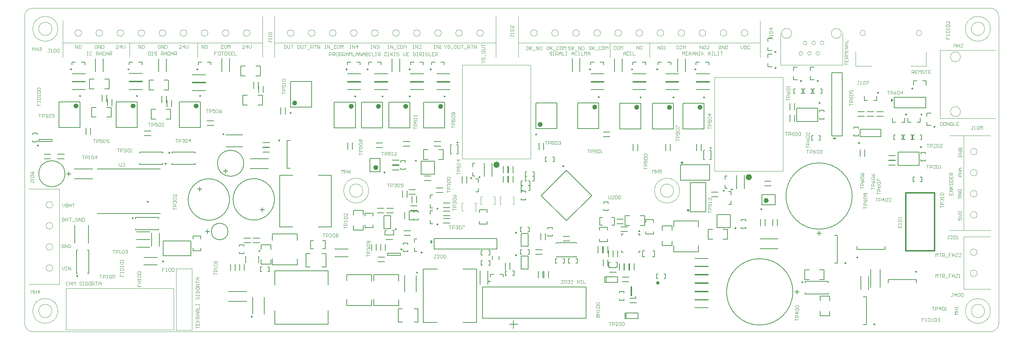
<source format=gto>
G04 Layer_Color=65535*
%FSAX44Y44*%
%MOMM*%
G71*
G01*
G75*
%ADD74C,0.4000*%
%ADD76C,0.6000*%
%ADD77C,0.2000*%
%ADD78C,0.3000*%
%ADD79C,0.1000*%
%ADD100C,0.2500*%
%ADD101C,0.8000*%
%ADD102C,0.1500*%
%ADD103C,0.1750*%
G36*
X00984650Y00217250D02*
X00979650Y00212250D01*
Y00222250D01*
X00984650Y00217250D01*
D02*
G37*
G36*
X01959500Y00464000D02*
X01949500D01*
X01954500Y00469000D01*
X01959500Y00464000D01*
D02*
G37*
G36*
X02095250Y00558000D02*
X02090250Y00553000D01*
Y00563000D01*
X02095250Y00558000D01*
D02*
G37*
D74*
X01529750Y00117500D02*
G03*
X01529750Y00117500I-00002000J00000000D01*
G01*
D76*
X00417000Y00544250D02*
G03*
X00417000Y00544250I-00003000J00000000D01*
G01*
X00264750D02*
G03*
X00264750Y00544250I-00003000J00000000D01*
G01*
X00127000D02*
G03*
X00127000Y00544250I-00003000J00000000D01*
G01*
X00654500Y00551250D02*
G03*
X00654500Y00551250I-00003000J00000000D01*
G01*
X00791000Y00543250D02*
G03*
X00791000Y00543250I-00003000J00000000D01*
G01*
X00856750D02*
G03*
X00856750Y00543250I-00003000J00000000D01*
G01*
X00922500D02*
G03*
X00922500Y00543250I-00003000J00000000D01*
G01*
X01006750Y00543000D02*
G03*
X01006750Y00543000I-00003000J00000000D01*
G01*
X00850250Y00395750D02*
G03*
X00850250Y00395750I-00003000J00000000D01*
G01*
X01246800Y00499500D02*
G03*
X01246800Y00499500I-00003000J00000000D01*
G01*
X01378500Y00541500D02*
G03*
X01378500Y00541500I-00003000J00000000D01*
G01*
X01479750Y00541000D02*
G03*
X01479750Y00541000I-00003000J00000000D01*
G01*
X01558800Y00540750D02*
G03*
X01558800Y00540750I-00003000J00000000D01*
G01*
X01632500Y00541000D02*
G03*
X01632500Y00541000I-00003000J00000000D01*
G01*
X01792000Y00316250D02*
G03*
X01792000Y00316250I-00003000J00000000D01*
G01*
D77*
X00151750Y00140750D02*
X00155000D01*
Y00196750D01*
X00151750D01*
X00128250D02*
X00125000D01*
Y00140750D01*
X00128250D01*
X00267500Y00245500D02*
Y00248750D01*
Y00245500D02*
X00323500D01*
Y00248750D01*
X00334250Y00218750D02*
X00401250D01*
Y00182750D01*
X00334250D01*
Y00218750D01*
X00323500Y00272250D02*
Y00275500D01*
X00267500D01*
Y00272250D01*
X00327750Y00284600D02*
X00175250D01*
X00277750Y00403250D02*
Y00406500D01*
Y00403250D02*
X00333750D01*
Y00406500D01*
X00327750Y00392600D02*
X00175250D01*
X00097250Y00380750D02*
G03*
X00097250Y00380750I-00031500J00000000D01*
G01*
X00066000Y00458500D02*
Y00463500D01*
X00035000D01*
Y00458500D01*
X00066000D01*
X00134000Y00492250D02*
Y00554250D01*
X00083000D01*
Y00492250D01*
X00134000D01*
X00220750D02*
Y00554250D01*
X00271750D01*
Y00492250D01*
X00220750D01*
X00277750Y00433250D02*
X00333750D01*
Y00430000D01*
X00355750Y00406500D02*
Y00403250D01*
X00411750D01*
Y00406500D01*
X00494500Y00318600D02*
G03*
X00494500Y00318600I-00050000J00000000D01*
G01*
X00528500Y00406000D02*
G03*
X00528500Y00406000I-00031500J00000000D01*
G01*
X00526000Y00446000D02*
X00486000D01*
X00526000Y00474000D02*
X00486000D01*
X00424000Y00554250D02*
Y00492250D01*
X00373000D01*
Y00554250D01*
X00424000D01*
X00355750Y00433250D02*
X00411750D01*
Y00430000D01*
X00355750D02*
Y00433250D01*
X00277750Y00433250D02*
Y00430000D01*
X00490750Y00241500D02*
G03*
X00490750Y00241500I-00020000J00000000D01*
G01*
X00533750Y00182250D02*
Y00166250D01*
X00564750D02*
Y00182250D01*
X00603750Y00146750D02*
X00732750D01*
Y00113250D01*
Y00051250D02*
Y00017750D01*
X00603750D01*
Y00051250D01*
X00578000Y00083000D02*
Y00043000D01*
X00550000D02*
Y00083000D01*
X00603750Y00113250D02*
Y00146750D01*
X00708250Y00252250D02*
X00740250D01*
Y00377250D01*
X00708250D01*
X00833250Y00385750D02*
Y00417750D01*
X00857250D01*
Y00385750D01*
X00833250D01*
X00867000Y00279750D02*
X00883000D01*
Y00248750D01*
X00867000D01*
Y00279750D01*
X00940500Y00224000D02*
X00946500D01*
X00940500D02*
Y00215500D01*
Y00201500D02*
Y00193000D01*
X00946500D01*
X00906750Y00189000D02*
Y00184000D01*
X00875750D01*
Y00189000D01*
X00906750D01*
X00917000Y00136000D02*
Y00096000D01*
X00945000D02*
Y00136000D01*
X00961750Y00151000D02*
X00995250D01*
X00961750D02*
Y00022000D01*
X00995250D01*
X01057250D02*
X01090750D01*
Y00151000D01*
X01057250D01*
X01104750Y00107750D02*
X01354750D01*
Y00032750D01*
X01104750D01*
Y00107750D01*
X01123500Y00132500D02*
Y00138500D01*
X01132000D01*
X01146000D02*
X01154500D01*
Y00132500D01*
X01198250Y00151250D02*
Y00182250D01*
X01215250D01*
Y00151250D01*
X01198250D01*
X01215250Y00205750D02*
Y00236750D01*
X01198250D01*
Y00205750D01*
X01215250D01*
X01307500Y00267439D02*
X01368311Y00328250D01*
X01307500Y00389061D01*
X01246689Y00328250D01*
X01307500Y00267439D01*
X01399500Y00132500D02*
X01431250D01*
X01431250Y00132500D01*
Y00119000D01*
X01431250Y00119000D01*
X01399500D01*
Y00132500D01*
X01402500Y00132500D02*
X01402500Y00119000D01*
X01463000Y00086750D02*
X01465000D01*
Y00108750D01*
X01463000D01*
Y00086750D01*
X01451500Y00044750D02*
X01451500Y00031250D01*
X01448500Y00031250D02*
X01480250D01*
X01480250Y00031250D01*
Y00044750D01*
X01480250Y00044750D01*
X01448500D01*
Y00031250D01*
X01474500Y00084000D02*
G03*
X01474500Y00084000I-00001000J00000000D01*
G01*
X01480250Y00191250D02*
X01484500D01*
Y00195500D01*
Y00231500D02*
Y00235750D01*
X01480250D01*
X01444250D02*
X01440000D01*
Y00231500D01*
Y00195500D02*
Y00191250D01*
X01444250D01*
X01605750Y00289000D02*
Y00359500D01*
X01643000D01*
Y00289000D01*
X01605750D01*
X01670500Y00251000D02*
Y00282000D01*
X01702500D01*
Y00251000D01*
X01670500D01*
X01698000Y00306750D02*
X01704000D01*
Y00315250D01*
Y00329250D02*
Y00337750D01*
X01698000D01*
X01694750Y00345750D02*
X01689750D01*
Y00353750D01*
Y00367750D02*
Y00375750D01*
X01694750D01*
X01653000Y00365500D02*
Y00402750D01*
X01582500D01*
Y00365500D01*
X01653000D01*
X01639500Y00489000D02*
Y00551000D01*
X01588500D01*
Y00489000D01*
X01639500D01*
X01565800Y00550750D02*
Y00488750D01*
X01514800D01*
Y00550750D01*
X01565800D01*
X01486750Y00551000D02*
Y00489000D01*
X01435750D01*
Y00551000D01*
X01486750D01*
X01620000Y00643750D02*
Y00649750D01*
X01628500D01*
X01642500D02*
X01651000D01*
Y00643750D01*
X01559250Y00643750D02*
Y00649750D01*
X01550750D01*
X01536750D02*
X01528250D01*
Y00643750D01*
X01498500D02*
Y00649750D01*
X01490000D01*
X01476000D02*
X01467500D01*
Y00643750D01*
X01397000Y00643750D02*
Y00649750D01*
X01388500D01*
X01374500D02*
X01366000D01*
Y00643750D01*
X01284800Y00551500D02*
Y00489500D01*
X01233800D01*
Y00551500D01*
X01284800D01*
X01334500Y00489500D02*
Y00551500D01*
X01385500D01*
Y00489500D01*
X01334500D01*
X01139850Y00224250D02*
X00987650D01*
Y00199250D01*
X01139850D01*
Y00224250D01*
X01144750Y00182250D02*
Y00174250D01*
X01128750D02*
Y00182250D01*
X01169750Y00017750D02*
X01189750D01*
X01179750Y00007750D02*
Y00027750D01*
X00984750Y00260500D02*
X00978750D01*
Y00269000D01*
Y00283000D02*
Y00291500D01*
X00984750D01*
Y00298500D02*
X00978750D01*
Y00307000D01*
Y00321000D02*
Y00329500D01*
X00984750D01*
X00988500Y00379750D02*
Y00410750D01*
X00956500D01*
Y00379750D01*
X00988500D01*
X01094750Y00359750D02*
Y00368250D01*
X01088750D01*
X01086000Y00375750D02*
X01081000D01*
Y00383750D01*
Y00397750D02*
Y00405750D01*
X01086000D01*
X01094750Y00345750D02*
Y00337250D01*
X01088750D01*
X01013750Y00491000D02*
Y00553000D01*
X00962750D01*
Y00491000D01*
X01013750D01*
X00929500Y00553250D02*
Y00491250D01*
X00878500D01*
Y00553250D01*
X00929500D01*
X00863750D02*
Y00491250D01*
X00812750D01*
Y00553250D01*
X00863750D01*
X00962000Y00643750D02*
Y00649750D01*
X00953500D01*
X00939500D02*
X00931000D01*
Y00643750D01*
X00982000Y00643750D02*
Y00649750D01*
X00990500D01*
X01004500D02*
X01013000D01*
Y00643750D01*
X00860500D02*
Y00649750D01*
X00852000D01*
X00838000D02*
X00829500D01*
Y00643750D01*
X00809750Y00643750D02*
Y00649750D01*
X00801250D01*
X00787250D02*
X00778750D01*
Y00643750D01*
X00747000Y00553250D02*
X00798000D01*
Y00491250D01*
X00747000D01*
Y00553250D01*
X00692500Y00603250D02*
Y00541250D01*
X00641500D01*
Y00603250D01*
X00692500D01*
X00640750Y00461250D02*
X00633500D01*
Y00394250D01*
X00640750D01*
X00647250Y00377250D02*
X00615250D01*
Y00252250D01*
X00647250D01*
X00603000Y00319000D02*
G03*
X00603000Y00319000I-00050000J00000000D01*
G01*
X00449800Y00643750D02*
Y00649750D01*
X00441300D01*
X00427300D02*
X00418800D01*
Y00643750D01*
X00283500Y00643750D02*
Y00649750D01*
X00275000D01*
X00261000D02*
X00252500D01*
Y00643750D01*
X00145250Y00643750D02*
Y00649750D01*
X00136750D01*
X00122750D02*
X00114250D01*
Y00643750D01*
X01779000Y00306250D02*
X01811000D01*
Y00330250D01*
X01779000D01*
Y00306250D01*
X01882750Y00121000D02*
X01938750D01*
Y00117750D01*
Y00094250D02*
Y00091000D01*
X01882750D01*
Y00094250D01*
Y00117750D02*
Y00121000D01*
X01953750Y00165200D02*
X01961000D01*
Y00232200D01*
X01953750D01*
X02008700Y00205750D02*
Y00198500D01*
X02075700D01*
Y00205750D01*
X02084000Y00125250D02*
X02151000D01*
Y00118000D01*
X02084000D02*
Y00125250D01*
X02030750Y00084450D02*
X02023500D01*
X02030750D02*
Y00017450D01*
X02023500D01*
X01853500Y00096000D02*
G03*
X01853500Y00096000I-00080000J00000000D01*
G01*
X01996750Y00327000D02*
G03*
X01996750Y00327000I-00080000J00000000D01*
G01*
X02107250Y00400750D02*
X02158250D01*
Y00432750D01*
X02107250D01*
Y00400750D01*
X02186750Y00497000D02*
X02176750D01*
Y00505000D01*
X02160750D02*
Y00515000D01*
Y00505000D02*
X02152750D01*
X02138750D02*
X02130750D01*
Y00515000D01*
X02123750D02*
Y00505000D01*
X02115750D01*
X02101750D02*
X02093750D01*
Y00515000D01*
X02176750Y00519000D02*
Y00527000D01*
X02186750D01*
X02174750Y00594750D02*
Y00604750D01*
X02166750D01*
X02152750D02*
X02144750D01*
Y00594750D01*
X02174250Y00565000D02*
Y00540000D01*
X02098250D01*
Y00565000D01*
X02174250D01*
X02056000Y00567750D02*
Y00557750D01*
X02048000D01*
X02034000D02*
X02026000D01*
Y00567750D01*
X02015880Y00488040D02*
X02065880D01*
Y00470040D01*
X02015880D01*
Y00488040D01*
X01972500Y00472000D02*
Y00624200D01*
X01947500D01*
Y00472000D01*
X01972500D01*
X01913500Y00539000D02*
X01862500D01*
Y00507000D01*
X01913500D01*
Y00539000D01*
X01905250Y00607500D02*
X01895250D01*
Y00615500D01*
Y00629500D02*
Y00637500D01*
X01905250D01*
X01864750D02*
X01854750D01*
Y00629500D01*
Y00615500D02*
Y00607500D01*
X01864750D01*
X01803000Y00638750D02*
X01793000D01*
Y00646750D01*
Y00660750D02*
Y00668750D01*
X01803000D01*
Y00677500D02*
X01793000D01*
Y00685500D01*
Y00699500D02*
Y00707500D01*
X01803000D01*
D78*
X01602500Y00292750D02*
G03*
X01602500Y00292750I-00001500J00000000D01*
G01*
X01587750Y00407500D02*
G03*
X01587750Y00407500I-00001500J00000000D01*
G01*
X02125750Y00195000D02*
Y00335000D01*
X02195750D01*
Y00195000D01*
X02125750D01*
D79*
X-00000000Y00020000D02*
G03*
X00020000Y00000000I00020000J00000000D01*
G01*
X00020000D02*
X02330000D01*
D02*
G03*
X02350000Y00020000I00000000J00020000D01*
G01*
Y00760000D01*
Y00760000D02*
G03*
X02330000Y00780000I-00020000J00000000D01*
G01*
X00020000D01*
X00020000D02*
G03*
X-00000000Y00760000I00000000J-00020000D01*
G01*
Y00760000D02*
Y00020000D01*
X00066000Y00050000D02*
G03*
X00066000Y00050000I-00016000J00000000D01*
G01*
X00080000D02*
G03*
X00080000Y00050000I-00030000J00000000D01*
G01*
X00099700Y00004200D02*
X00359700D01*
Y00104200D01*
X00099700D01*
Y00004200D01*
X00034906Y00092138D02*
Y00100135D01*
X00030907Y00096137D01*
X00036238D01*
X00100250Y00113583D02*
X00101583Y00112250D01*
X00104249D01*
X00105582Y00113583D01*
X00108247Y00112250D02*
Y00117582D01*
X00110913Y00120247D01*
X00113579Y00117582D01*
Y00112250D01*
Y00116249D01*
X00108247D01*
X00105582Y00118914D02*
X00104249Y00120247D01*
X00101583D01*
X00100250Y00118914D01*
Y00113583D01*
X00116245Y00112250D02*
Y00120247D01*
X00118911Y00117582D01*
X00121576Y00120247D01*
Y00112250D01*
X00133573D02*
X00132240Y00113583D01*
X00133573Y00112250D02*
X00136238D01*
X00137571Y00113583D01*
Y00114916D01*
X00136238Y00116249D01*
X00133573D01*
X00132240Y00117582D01*
Y00118914D01*
X00133573Y00120247D01*
X00136238D01*
X00137571Y00118914D01*
X00140237Y00120247D02*
X00142903D01*
X00141570D01*
Y00112250D01*
X00140237D01*
X00142903D01*
X00146902Y00113583D02*
X00148235Y00112250D01*
X00150900D01*
X00152233Y00113583D01*
Y00116249D01*
X00149567D01*
X00148235Y00120247D02*
X00146902Y00118914D01*
Y00113583D01*
X00154899D02*
X00156232Y00112250D01*
X00158898D01*
X00160231Y00113583D01*
Y00118914D01*
X00158898Y00120247D01*
X00156232D01*
X00154899Y00118914D01*
Y00113583D01*
X00152233Y00118914D02*
X00150900Y00120247D01*
X00148235D01*
X00162896D02*
X00166895D01*
X00168228Y00118914D01*
Y00116249D01*
X00166895Y00114916D01*
X00162896D01*
Y00112250D02*
Y00120247D01*
X00165562Y00114916D02*
X00168228Y00112250D01*
X00173560D02*
Y00120247D01*
X00176225D01*
X00170894D01*
X00178891Y00117582D02*
X00181557Y00120247D01*
X00184223Y00117582D01*
Y00112250D01*
Y00116249D01*
X00178891D01*
Y00117582D02*
Y00112250D01*
X00183916Y00129000D02*
Y00136997D01*
X00186582D01*
X00181250D01*
X00189247D02*
X00193246D01*
X00194579Y00135665D01*
Y00132999D01*
X00193246Y00131666D01*
X00189247D01*
Y00129000D02*
Y00136997D01*
X00197245Y00135665D02*
X00198578Y00136997D01*
Y00129000D01*
X00199911D01*
X00197245D01*
X00205242D02*
X00203909Y00130333D01*
Y00135665D01*
X00205242Y00136997D01*
X00207908D01*
X00209241Y00135665D01*
Y00130333D01*
X00207908Y00129000D01*
X00205242D01*
X00213240D02*
X00211907Y00130333D01*
Y00135665D01*
X00213240Y00136997D01*
X00215905D01*
X00217238Y00135665D01*
Y00130333D01*
X00215905Y00129000D01*
X00213240D01*
X00230503Y00133500D02*
X00234501D01*
Y00136166D01*
Y00133500D01*
X00238500D01*
Y00141497D02*
Y00144163D01*
Y00142830D02*
Y00141497D01*
Y00142830D02*
X00230503D01*
Y00144163D01*
Y00141497D01*
Y00138832D02*
Y00133500D01*
Y00148162D02*
X00238500D01*
Y00152161D01*
X00237167Y00153494D01*
X00231835D01*
X00230503Y00152161D01*
Y00148162D01*
X00231835Y00156159D02*
X00230503Y00157492D01*
X00238500D01*
Y00158825D01*
Y00156159D01*
X00272503Y00143406D02*
X00273836Y00144738D01*
X00279167D01*
X00280500Y00143406D01*
Y00140740D01*
X00279167Y00139407D01*
X00273836D01*
X00272503Y00140740D01*
Y00143406D01*
Y00135408D02*
X00273836Y00136741D01*
X00279167D01*
X00280500Y00135408D01*
Y00132742D01*
X00279167Y00131409D01*
X00273836D01*
X00272503Y00132742D01*
Y00135408D01*
Y00126078D02*
X00273836Y00124745D01*
X00272503Y00126078D02*
X00280500D01*
Y00127411D01*
Y00124745D01*
Y00122079D02*
X00272503D01*
X00276501D01*
Y00116747D01*
X00280500D01*
X00272503D01*
Y00114082D02*
Y00108750D01*
X00276501D01*
Y00111416D01*
Y00108750D01*
X00280500D01*
X00332750Y00145250D02*
Y00149249D01*
X00335416D01*
X00332750D01*
Y00153247D01*
X00338082D01*
X00340747Y00151915D02*
X00342080Y00153247D01*
Y00145250D01*
X00343413D01*
X00340747D01*
X00348745D02*
X00347412Y00146583D01*
Y00151915D01*
X00348745Y00153247D01*
X00351411D01*
X00352744Y00151915D01*
Y00146583D01*
X00351411Y00145250D01*
X00348745D01*
X00356742D02*
X00355409Y00146583D01*
Y00151915D01*
X00356742Y00153247D01*
X00359408D01*
X00360741Y00151915D01*
Y00146583D01*
X00359408Y00145250D01*
X00356742D01*
X00366000Y00152000D02*
X00404000D01*
Y00004000D01*
X00366000D01*
Y00152000D01*
X00413253Y00105052D02*
Y00102386D01*
X00414585Y00101053D01*
X00419917D01*
X00421250Y00102386D01*
Y00105052D01*
X00419917Y00106385D01*
X00414585D01*
X00413253Y00105052D01*
X00414585Y00098387D02*
X00413253Y00097055D01*
Y00094389D01*
X00414585Y00093056D01*
X00419917D01*
X00421250Y00094389D01*
Y00097055D01*
X00419917Y00098387D01*
X00417251D01*
Y00095722D01*
X00413253Y00089057D02*
Y00087724D01*
X00421250D01*
Y00086391D01*
Y00089057D01*
Y00082393D02*
Y00079727D01*
X00419917Y00078394D01*
X00415918D02*
X00417251Y00079727D01*
Y00082393D01*
X00418584Y00083726D01*
X00419917D01*
X00421250Y00082393D01*
X00414585Y00083726D02*
X00413253Y00082393D01*
Y00079727D01*
X00414585Y00078394D01*
X00415918D01*
X00413253Y00086391D02*
Y00089057D01*
Y00066398D02*
Y00065065D01*
X00421250D01*
Y00063732D01*
Y00066398D01*
Y00061066D02*
Y00055735D01*
X00413253D01*
Y00051736D02*
X00414585Y00053069D01*
X00417251D01*
X00418584Y00051736D01*
Y00047737D01*
X00421250D02*
X00413253D01*
Y00051736D01*
X00418584Y00050403D02*
X00421250Y00053069D01*
Y00045071D02*
X00417251D01*
Y00039740D01*
X00415918D02*
X00413253Y00042406D01*
X00415918Y00045071D01*
X00421250D01*
Y00039740D02*
X00415918D01*
X00417251Y00037074D02*
X00418584Y00035741D01*
Y00031742D01*
X00421250D02*
X00413253D01*
Y00035741D01*
X00414585Y00037074D01*
X00417251D01*
X00418584Y00034408D02*
X00421250Y00037074D01*
Y00029076D02*
X00417251Y00025078D01*
X00413253Y00029076D01*
X00418584Y00023745D01*
X00421250D01*
X00413253D01*
Y00021079D02*
Y00015747D01*
X00421250D01*
Y00021079D01*
X00417251Y00018413D02*
Y00015747D01*
X00413253Y00013082D02*
Y00010416D01*
X00421250D01*
X00413253Y00007750D02*
Y00013082D01*
Y00063732D02*
Y00066398D01*
X00456753Y00137000D02*
Y00142332D01*
Y00139666D01*
X00464750D01*
Y00144997D02*
X00456753D01*
Y00148996D01*
X00458086Y00150329D01*
X00460751D01*
X00462084Y00148996D01*
Y00144997D01*
X00464750Y00152995D02*
Y00155661D01*
Y00154328D01*
X00456753D01*
X00458086Y00152995D01*
Y00159659D02*
X00456753Y00160992D01*
Y00163658D01*
X00458086Y00164991D01*
X00463417D01*
X00464750Y00163658D01*
Y00160992D01*
X00463417Y00159659D01*
X00458086D01*
Y00167657D02*
X00456753Y00168990D01*
X00464750D01*
Y00170323D01*
Y00167657D01*
X00421250Y00130377D02*
X00417251D01*
Y00125045D01*
X00415918D02*
X00413253Y00127711D01*
X00415918Y00130377D01*
X00421250D01*
Y00125045D02*
X00415918D01*
X00413253Y00122380D02*
Y00119714D01*
X00421250D01*
Y00114382D02*
X00418584Y00111716D01*
Y00113049D02*
Y00109051D01*
X00421250D02*
X00413253D01*
Y00113049D01*
X00414585Y00114382D01*
X00417251D01*
X00418584Y00113049D01*
X00413253Y00117048D02*
Y00122380D01*
X00366250Y00296666D02*
X00358253D01*
Y00299332D01*
Y00294000D01*
Y00301997D02*
Y00305996D01*
X00359585Y00307329D01*
X00362251D01*
X00363584Y00305996D01*
Y00301997D01*
X00366250D02*
X00358253D01*
X00359585Y00309995D02*
X00358253Y00311328D01*
Y00313994D01*
X00359585Y00315326D01*
X00360918D01*
X00362251Y00313994D01*
Y00312661D01*
Y00313994D01*
X00363584Y00315326D01*
X00364917D01*
X00366250Y00313994D01*
Y00311328D01*
X00364917Y00309995D01*
Y00317992D02*
X00359585D01*
X00358253Y00319325D01*
Y00321991D01*
X00359585Y00323324D01*
X00364917D01*
X00366250Y00321991D01*
Y00319325D01*
X00364917Y00317992D01*
X00366250Y00325990D02*
X00360918Y00331321D01*
X00359585D01*
X00358253Y00329988D01*
Y00327323D01*
X00359585Y00325990D01*
X00366250D02*
Y00331321D01*
X00399738Y00456500D02*
Y00464497D01*
X00395740Y00460499D01*
X00401071D01*
X00393074Y00463164D02*
Y00457833D01*
X00391741Y00456500D01*
X00389075D01*
X00387742Y00457833D01*
Y00463164D01*
X00389075Y00464497D01*
X00391741D01*
X00393074Y00463164D01*
X00385076D02*
Y00461832D01*
X00383744Y00460499D01*
X00382411D01*
X00383744D01*
X00385076Y00459166D01*
Y00457833D01*
X00383744Y00456500D01*
X00381078D01*
X00379745Y00457833D01*
X00375746Y00459166D02*
X00371747D01*
Y00456500D02*
Y00464497D01*
X00375746D01*
X00377079Y00463164D01*
Y00460499D01*
X00375746Y00459166D01*
X00379745Y00463164D02*
X00381078Y00464497D01*
X00383744D01*
X00385076Y00463164D01*
X00369082Y00464497D02*
X00366416D01*
Y00456500D01*
X00363750Y00464497D02*
X00369082D01*
X00336071Y00495250D02*
X00330740D01*
X00336071Y00500582D01*
Y00501914D01*
X00334738Y00503247D01*
X00332073D01*
X00330740Y00501914D01*
X00328074D02*
Y00496583D01*
X00326741Y00495250D01*
X00324075D01*
X00322742Y00496583D01*
Y00501914D01*
X00324075Y00503247D01*
X00326741D01*
X00328074Y00501914D01*
X00320076Y00503247D02*
X00314745D01*
Y00499249D01*
X00317411Y00500582D01*
X00318744D01*
X00320076Y00499249D01*
Y00496583D01*
X00318744Y00495250D01*
X00316078D01*
X00314745Y00496583D01*
X00310746Y00497916D02*
X00306747D01*
Y00495250D02*
Y00503247D01*
X00310746D01*
X00312079Y00501914D01*
Y00499249D01*
X00310746Y00497916D01*
X00304082Y00503247D02*
X00301416D01*
Y00495250D01*
X00298750Y00503247D02*
X00304082D01*
X00303750Y00544750D02*
G03*
X00303750Y00544750I-00000500J00000000D01*
G01*
X00256573Y00441247D02*
X00255240Y00439915D01*
X00252574D02*
Y00434583D01*
X00251241Y00433250D01*
X00248575D01*
X00247242Y00434583D01*
Y00439915D01*
X00248575Y00441247D01*
X00251241D01*
X00252574Y00439915D01*
X00256573Y00441247D02*
Y00433250D01*
X00257906D01*
X00255240D01*
X00243244D02*
X00240578D01*
X00239245Y00434583D01*
X00235246Y00435916D02*
X00231247D01*
Y00433250D02*
Y00441247D01*
X00235246D01*
X00236579Y00439915D01*
Y00437249D01*
X00235246Y00435916D01*
X00239245Y00439915D02*
X00240578Y00441247D01*
X00243244D01*
X00244576Y00439915D01*
Y00438582D01*
X00243244Y00437249D01*
X00241911D01*
X00243244D01*
X00244576Y00435916D01*
Y00434583D01*
X00243244Y00433250D01*
X00239746Y00406497D02*
X00241079Y00405164D01*
Y00403832D01*
X00239746Y00402499D01*
X00238413D01*
X00239746D01*
X00241079Y00401166D01*
Y00399833D01*
X00239746Y00398500D01*
X00237080D01*
X00235747Y00399833D01*
X00233082D02*
Y00406497D01*
X00235747Y00405164D02*
X00237080Y00406497D01*
X00239746D01*
X00225916Y00433250D02*
Y00441247D01*
X00228582D01*
X00223250D01*
X00201738Y00455500D02*
X00199073D01*
X00197740Y00456833D01*
X00195074D02*
X00193741Y00455500D01*
X00191075D01*
X00189742Y00456833D01*
Y00462164D01*
X00191075Y00463497D01*
X00193741D01*
X00195074Y00462164D01*
Y00456833D01*
X00197740Y00459499D02*
X00200406Y00460832D01*
X00201738D01*
X00203071Y00459499D01*
Y00456833D01*
X00201738Y00455500D01*
X00197740Y00459499D02*
Y00463497D01*
X00203071D01*
X00227750Y00406497D02*
Y00399833D01*
X00229083Y00398500D01*
X00231749D01*
X00233082Y00399833D01*
X00173405Y00416500D02*
Y00424497D01*
X00169407Y00420499D01*
X00174738D01*
X00166741Y00423164D02*
Y00417833D01*
X00165408Y00416500D01*
X00162742D01*
X00161409Y00417833D01*
Y00423164D01*
X00162742Y00424497D01*
X00165408D01*
X00166741Y00423164D01*
X00156078Y00424497D02*
X00154745Y00423164D01*
X00152079D02*
Y00420499D01*
X00150746Y00419166D01*
X00146747D01*
Y00416500D02*
Y00424497D01*
X00150746D01*
X00152079Y00423164D01*
X00156078Y00424497D02*
Y00416500D01*
X00157411D01*
X00154745D01*
X00141416D02*
Y00424497D01*
X00144082D01*
X00138750D01*
X00168416Y00455500D02*
Y00463497D01*
X00171082D01*
X00165750D01*
X00173747D02*
X00177746D01*
X00179079Y00462164D01*
Y00459499D01*
X00177746Y00458166D01*
X00173747D01*
Y00455500D02*
Y00463497D01*
X00181745D02*
Y00459499D01*
X00184411Y00460832D01*
X00185744D01*
X00187076Y00459499D01*
Y00456833D01*
X00185744Y00455500D01*
X00183078D01*
X00181745Y00456833D01*
Y00463497D02*
X00187076D01*
X00160250Y00547000D02*
G03*
X00160250Y00547000I-00000500J00000000D01*
G01*
X00253250Y00661500D02*
Y00696000D01*
X00241763Y00690747D02*
Y00685416D01*
X00239097Y00682750D01*
X00236432Y00685416D01*
Y00690747D01*
X00232433D02*
X00228434Y00686749D01*
X00233766D01*
X00232433Y00690747D02*
Y00682750D01*
X00225768D02*
X00220437D01*
X00225768Y00688082D01*
Y00689415D01*
X00224436Y00690747D01*
X00221770D01*
X00220437Y00689415D01*
X00208958Y00674997D02*
X00210290Y00673664D01*
Y00670999D01*
X00208958Y00669666D01*
X00204959D01*
Y00667000D02*
Y00674997D01*
X00208958D01*
X00199627D02*
X00202293Y00672332D01*
Y00667000D01*
Y00670999D01*
X00196961D01*
Y00667000D02*
Y00672332D01*
X00199627Y00674997D01*
X00194296Y00673664D02*
X00192963Y00674997D01*
X00188964D01*
Y00667000D01*
X00192963D01*
X00194296Y00668333D01*
Y00673664D01*
X00189630Y00682750D02*
X00190963Y00684083D01*
Y00689415D01*
X00189630Y00690747D01*
X00185632D01*
Y00682750D01*
X00189630D01*
X00239100Y00720000D02*
G03*
X00239100Y00720000I-00008000J00000000D01*
G01*
X00207625Y00669666D02*
X00210290Y00667000D01*
X00275236Y00682750D02*
Y00690747D01*
X00280567Y00682750D01*
Y00690747D01*
X00283233Y00689415D02*
Y00684083D01*
X00284566Y00682750D01*
X00287232D01*
X00288564Y00684083D01*
Y00689415D01*
X00287232Y00690747D01*
X00284566D01*
X00283233Y00689415D01*
X00289900Y00720000D02*
G03*
X00289900Y00720000I-00008000J00000000D01*
G01*
X00298711Y00666750D02*
X00302710D01*
X00304043Y00668083D01*
Y00673415D01*
X00302710Y00674747D01*
X00298711D01*
Y00666750D01*
X00306708D02*
X00309374D01*
X00308041D02*
X00306708D01*
X00308041D02*
Y00674747D01*
X00309374D01*
X00306708D01*
X00313373Y00673415D02*
Y00672082D01*
X00314706Y00670749D01*
X00317372D01*
X00318704Y00669416D01*
Y00668083D01*
X00317372Y00666750D01*
X00314706D01*
X00313373Y00668083D01*
X00329368Y00669416D02*
X00333367D01*
X00334699Y00670749D01*
Y00673415D01*
X00333367Y00674747D01*
X00329368D01*
Y00666750D01*
X00332034Y00669416D02*
X00334699Y00666750D01*
X00337365D02*
Y00672082D01*
X00340031Y00674747D01*
X00342697Y00672082D01*
Y00666750D01*
Y00670749D01*
X00337365D01*
X00345363Y00666750D02*
X00349361D01*
X00350694Y00668083D01*
Y00673415D01*
X00349361Y00674747D01*
X00345363D01*
Y00666750D01*
X00353360D02*
Y00672082D01*
X00356026Y00674747D01*
X00358692Y00672082D01*
Y00666750D01*
Y00670749D01*
X00353360D01*
X00361357Y00669416D02*
X00365356D01*
X00366689Y00670749D01*
Y00673415D01*
X00365356Y00674747D01*
X00361357D01*
Y00666750D01*
X00364023Y00669416D02*
X00366689Y00666750D01*
X00417000Y00661500D02*
Y00696000D01*
X00427635Y00690747D02*
X00432967Y00682750D01*
Y00690747D01*
X00435633Y00689415D02*
Y00684083D01*
X00436966Y00682750D01*
X00439632D01*
X00440965Y00684083D01*
Y00689415D01*
X00439632Y00690747D01*
X00436966D01*
X00435633Y00689415D01*
X00427635Y00690747D02*
Y00682750D01*
X00394163Y00685416D02*
Y00690747D01*
Y00685416D02*
X00391497Y00682750D01*
X00388832Y00685416D01*
Y00690747D01*
X00384833D02*
X00380834Y00686749D01*
X00386166D01*
X00384833Y00690747D02*
Y00682750D01*
X00378168D02*
X00372837D01*
X00378168Y00688082D01*
Y00689415D01*
X00376836Y00690747D01*
X00374170D01*
X00372837Y00689415D01*
X00343363D02*
X00342030Y00690747D01*
X00338032D01*
Y00682750D01*
X00342030D01*
X00343363Y00684083D01*
Y00689415D01*
X00391500Y00720000D02*
G03*
X00391500Y00720000I-00008000J00000000D01*
G01*
X00442300D02*
G03*
X00442300Y00720000I-00008000J00000000D01*
G01*
X00458442Y00670749D02*
X00461108D01*
X00458442D01*
Y00666750D01*
Y00670749D02*
Y00674747D01*
X00463774D01*
X00466439Y00673415D02*
Y00668083D01*
X00467772Y00666750D01*
X00470438D01*
X00471771Y00668083D01*
Y00673415D01*
X00470438Y00674747D01*
X00467772D01*
X00466439Y00673415D01*
X00474437Y00674747D02*
X00479768D01*
X00477103D01*
Y00666750D01*
X00482434Y00668083D02*
X00483767Y00666750D01*
X00486433D01*
X00487766Y00668083D01*
Y00673415D01*
X00486433Y00674747D01*
X00483767D01*
X00482434Y00673415D01*
Y00668083D01*
X00490432D02*
X00491764Y00666750D01*
X00494430D01*
X00495763Y00668083D01*
Y00669416D01*
X00494430Y00670749D01*
X00491764D01*
X00490432Y00672082D01*
Y00673415D01*
X00491764Y00674747D01*
X00494430D01*
X00495763Y00673415D01*
X00498429Y00674747D02*
Y00666750D01*
X00503761D01*
X00506427D02*
X00511758D01*
X00506427D02*
Y00674747D01*
X00503761D02*
X00498429D01*
X00525237Y00682750D02*
X00530568Y00688082D01*
Y00689415D01*
X00529235Y00690747D01*
X00526570D01*
X00525237Y00689415D01*
Y00682750D02*
X00530568D01*
X00537233D02*
Y00690747D01*
X00533234Y00686749D01*
X00538566D01*
X00541232Y00685416D02*
X00543897Y00682750D01*
X00546563Y00685416D01*
Y00690747D01*
X00541232D02*
Y00685416D01*
X00543900Y00720000D02*
G03*
X00543900Y00720000I-00008000J00000000D01*
G01*
X00501095Y00670749D02*
X00498429D01*
X00525250Y00578750D02*
G03*
X00525250Y00578750I-00000500J00000000D01*
G01*
X00573900Y00661500D02*
Y00696000D01*
Y00760000D01*
X00588253Y00720742D02*
X00589585Y00719409D01*
Y00716743D02*
X00594917D01*
X00596250Y00715411D01*
Y00712745D01*
X00594917Y00711412D01*
X00589585D01*
X00588253Y00712745D01*
Y00715411D01*
X00589585Y00716743D01*
X00588253Y00720742D02*
X00596250D01*
Y00722075D01*
Y00719409D01*
Y00707413D02*
Y00706080D01*
X00588253D01*
X00589585Y00704747D01*
X00588253Y00702082D02*
Y00699416D01*
Y00700749D01*
X00594917D01*
X00596250Y00699416D01*
Y00698083D01*
X00594917Y00696750D01*
X00596250Y00704747D02*
Y00707413D01*
X00573900Y00696000D02*
X00091900D01*
Y00750000D01*
Y00696000D02*
Y00661500D01*
X00150310Y00667000D02*
X00152976D01*
X00151643D02*
X00150310D01*
X00151643D02*
Y00674997D01*
X00152976D01*
X00150310D01*
X00156974Y00673664D02*
Y00668333D01*
X00158307Y00667000D01*
X00160973D01*
X00162306Y00668333D01*
X00172969Y00669666D02*
X00176968D01*
X00178301Y00670999D01*
Y00673664D01*
X00176968Y00674997D01*
X00172969D01*
Y00667000D01*
X00175635Y00669666D02*
X00178301Y00667000D01*
X00180966D02*
Y00672332D01*
X00183632Y00674997D01*
X00186298Y00672332D01*
Y00667000D01*
Y00670999D01*
X00180966D01*
X00182966Y00682750D02*
Y00690747D01*
X00177634D02*
X00182966Y00682750D01*
X00177634D02*
Y00690747D01*
X00174968Y00689415D02*
X00173636Y00690747D01*
X00170970D01*
X00169637Y00689415D01*
Y00684083D01*
X00170970Y00682750D01*
X00173636D01*
X00174968Y00684083D01*
Y00686749D01*
X00172303D01*
X00162306Y00673664D02*
X00160973Y00674997D01*
X00158307D01*
X00156974Y00673664D01*
X00137500Y00720000D02*
G03*
X00137500Y00720000I-00008000J00000000D01*
G01*
X00188300D02*
G03*
X00188300Y00720000I-00008000J00000000D01*
G01*
X00134832Y00690747D02*
X00132166D01*
X00130833Y00689415D01*
Y00684083D01*
X00132166Y00682750D01*
X00134832D01*
X00136165Y00684083D01*
Y00689415D01*
X00134832Y00690747D01*
X00128167D02*
Y00682750D01*
X00122836Y00690747D01*
Y00682750D01*
X00080000Y00730000D02*
G03*
X00080000Y00730000I-00030000J00000000D01*
G01*
X00066000D02*
G03*
X00066000Y00730000I-00016000J00000000D01*
G01*
X00064580Y00681747D02*
X00063247Y00680415D01*
X00064580Y00681747D02*
Y00673750D01*
X00065913D01*
X00063247D01*
X00059249Y00675083D02*
X00057916Y00673750D01*
X00056583D01*
X00055250Y00675083D01*
X00059249D02*
Y00681747D01*
X00057916D01*
X00060582D01*
X00069912Y00680415D02*
X00071245Y00681747D01*
X00073911D01*
X00075244Y00680415D01*
Y00675083D01*
X00073911Y00673750D01*
X00071245D01*
X00069912Y00675083D01*
Y00680415D01*
X00077909D02*
X00079242Y00681747D01*
X00081908D01*
X00083241Y00680415D01*
Y00675083D01*
X00081908Y00673750D01*
X00079242D01*
X00077909Y00675083D01*
Y00680415D01*
X00040076Y00679916D02*
Y00678583D01*
X00038744Y00677250D01*
X00036078D01*
X00034745Y00678583D01*
X00032079Y00677250D02*
Y00685247D01*
Y00681249D01*
X00026747D01*
Y00677250D01*
Y00685247D01*
X00024082D02*
Y00677250D01*
X00018750D02*
Y00685247D01*
X00021416Y00682582D01*
X00024082Y00685247D01*
X00034745Y00683914D02*
X00036078Y00685247D01*
X00038744D01*
X00040076Y00683914D01*
Y00682582D01*
X00038744Y00681249D01*
X00037411D01*
X00038744D01*
X00040076Y00679916D01*
X00031586Y00587903D02*
X00036917D01*
X00038250Y00586570D01*
Y00583904D01*
X00036917Y00582571D01*
X00031586D01*
X00030253Y00583904D01*
Y00586570D01*
X00031586Y00587903D01*
Y00579906D02*
X00036917D01*
X00038250Y00578573D01*
Y00575907D01*
X00036917Y00574574D01*
X00031586D01*
X00030253Y00575907D01*
Y00578573D01*
X00031586Y00579906D01*
X00030253Y00569242D02*
X00031586Y00567909D01*
Y00565243D02*
X00030253Y00563911D01*
Y00559912D01*
X00038250D01*
Y00563911D01*
X00036917Y00565243D01*
X00031586D01*
X00030253Y00569242D02*
X00038250D01*
Y00570575D01*
Y00567909D01*
Y00555913D02*
Y00553247D01*
Y00554580D01*
X00030253D01*
Y00555913D01*
Y00553247D01*
Y00550582D02*
Y00545250D01*
X00034251D01*
Y00547916D01*
Y00545250D01*
X00038250D01*
X00039332Y00524747D02*
X00036666D01*
Y00516750D01*
X00041997D02*
Y00524747D01*
X00045996D01*
X00047329Y00523414D01*
Y00520749D01*
X00045996Y00519416D01*
X00041997D01*
X00039332Y00524747D02*
X00034000D01*
X00049995Y00518083D02*
X00051328Y00516750D01*
X00053994D01*
X00055326Y00518083D01*
Y00519416D01*
X00053994Y00520749D01*
X00052661D01*
X00053994D01*
X00055326Y00522082D01*
Y00523414D01*
X00053994Y00524747D01*
X00051328D01*
X00049995Y00523414D01*
X00057992D02*
X00059325Y00524747D01*
X00061991D01*
X00063324Y00523414D01*
Y00518083D01*
X00061991Y00516750D01*
X00059325D01*
X00057992Y00518083D01*
Y00523414D01*
X00065990D02*
X00067323Y00524747D01*
X00069988D01*
X00071321Y00523414D01*
Y00522082D01*
X00069988Y00520749D01*
X00068656D01*
X00069988D01*
X00071321Y00519416D01*
Y00518083D01*
X00069988Y00516750D01*
X00067323D01*
X00065990Y00518083D01*
X00022250Y00384158D02*
X00020917Y00385491D01*
X00019584D01*
X00018251Y00384158D01*
Y00380159D01*
X00020917D01*
X00022250Y00381492D01*
Y00384158D01*
Y00376161D02*
Y00373495D01*
X00020917Y00372162D01*
X00015586D01*
X00014253Y00373495D01*
Y00376161D01*
X00015586Y00377494D01*
X00020917D01*
X00022250Y00376161D01*
X00018251Y00380159D02*
X00015586Y00382825D01*
X00014253Y00385491D01*
Y00366830D02*
X00015586Y00365497D01*
X00014253Y00366830D02*
X00022250D01*
Y00368163D01*
Y00365497D01*
X00020917Y00361499D02*
X00022250Y00360166D01*
Y00358833D01*
X00020917Y00357500D01*
Y00361499D02*
X00014253D01*
Y00360166D01*
Y00362832D01*
X00010000Y00344000D02*
X00084000D01*
Y00115000D01*
X00010000D01*
X00014912Y00100135D02*
X00017578Y00097470D01*
X00020244Y00100135D01*
Y00092138D01*
X00022909D02*
Y00096137D01*
X00028241D01*
Y00100135D01*
Y00092138D01*
X00022909D02*
Y00100135D01*
X00014912D02*
Y00092138D01*
X00068000Y00153600D02*
G03*
X00068000Y00153600I-00008000J00000000D01*
G01*
X00090500Y00151416D02*
X00093166Y00148750D01*
X00095832Y00151416D01*
Y00156747D01*
X00098497D02*
X00101163D01*
X00099830D01*
Y00148750D01*
X00098497D01*
X00101163D01*
X00105162D02*
Y00156747D01*
X00110494Y00148750D01*
Y00156747D01*
X00090500D02*
Y00151416D01*
X00090833Y00202250D02*
X00093499D01*
X00094832Y00203583D01*
Y00206249D01*
X00092166D01*
X00090833Y00210247D02*
X00089500Y00208915D01*
Y00203583D01*
X00090833Y00202250D01*
X00097497D02*
Y00210247D01*
X00102829Y00202250D01*
Y00210247D01*
X00105495D02*
Y00202250D01*
X00109494D01*
X00110826Y00203583D01*
Y00208915D01*
X00109494Y00210247D01*
X00105495D01*
X00094832Y00208915D02*
X00093499Y00210247D01*
X00090833D01*
X00068000Y00255200D02*
G03*
X00068000Y00255200I-00008000J00000000D01*
G01*
Y00204400D02*
G03*
X00068000Y00204400I-00008000J00000000D01*
G01*
X00138984Y00266500D02*
X00142983D01*
X00144316Y00267833D01*
Y00273165D01*
X00142983Y00274497D01*
X00138984D01*
Y00266500D01*
X00136319D02*
Y00274497D01*
X00130987D02*
X00136319Y00266500D01*
X00130987D02*
Y00274497D01*
X00128321Y00273165D02*
X00126988Y00274497D01*
X00124323D01*
X00122990Y00273165D01*
Y00267833D01*
X00124323Y00266500D01*
X00126988D01*
X00128321Y00267833D01*
Y00270499D01*
X00125655D01*
X00120324Y00265167D02*
X00114992D01*
X00109661Y00266500D02*
Y00274497D01*
X00112326D01*
X00106995D01*
X00101663D02*
X00104329Y00271832D01*
Y00266500D01*
Y00270499D01*
X00098997D01*
Y00271832D02*
X00101663Y00274497D01*
X00098997Y00271832D02*
Y00266500D01*
X00094999D02*
X00096332Y00267833D01*
Y00269166D01*
X00094999Y00270499D01*
X00091000D01*
X00094999D01*
X00096332Y00271832D01*
Y00273165D01*
X00094999Y00274497D01*
X00091000D01*
Y00266500D01*
X00094999D01*
X00093916Y00300750D02*
X00096582Y00303416D01*
Y00308747D01*
X00099247D02*
Y00300750D01*
X00103246D01*
X00104579Y00302083D01*
Y00303416D01*
X00103246Y00304749D01*
X00099247D01*
X00103246D01*
X00104579Y00306082D01*
Y00307414D01*
X00103246Y00308747D01*
X00099247D01*
X00091250D02*
Y00303416D01*
X00093916Y00300750D01*
X00107245D02*
Y00306082D01*
X00109911Y00308747D01*
X00112576Y00306082D01*
Y00300750D01*
Y00304749D01*
X00107245D01*
X00115242Y00308747D02*
X00120574D01*
X00117908D01*
Y00300750D01*
X00068000Y00306000D02*
G03*
X00068000Y00306000I-00008000J00000000D01*
G01*
X00212250Y00196747D02*
X00217582D01*
X00214916D01*
Y00188750D01*
X00220247D02*
Y00196747D01*
X00224246D01*
X00225579Y00195415D01*
Y00192749D01*
X00224246Y00191416D01*
X00220247D01*
X00228245Y00188750D02*
X00230911D01*
X00229578D01*
Y00196747D01*
X00228245Y00195415D01*
X00234909D02*
X00236242Y00196747D01*
X00238908D01*
X00240241Y00195415D01*
Y00190083D01*
X00238908Y00188750D01*
X00236242D01*
X00234909Y00190083D01*
Y00195415D01*
X00238500Y00173487D02*
Y00172154D01*
X00230503D01*
X00231835Y00170821D01*
Y00168155D02*
X00237167D01*
X00238500Y00166823D01*
Y00164157D01*
X00237167Y00162824D01*
X00231835D01*
X00230503Y00164157D01*
Y00166823D01*
X00231835Y00168155D01*
X00238500Y00170821D02*
Y00173487D01*
X00244240Y00188750D02*
X00242907Y00190083D01*
X00244240Y00188750D02*
X00246905D01*
X00248238Y00190083D01*
Y00191416D01*
X00246905Y00192749D01*
X00245573D01*
X00246905D01*
X00248238Y00194082D01*
Y00195415D01*
X00246905Y00196747D01*
X00244240D01*
X00242907Y00195415D01*
X00445747Y00528000D02*
Y00535997D01*
X00449746D01*
X00451079Y00534664D01*
Y00531999D01*
X00449746Y00530666D01*
X00445747D01*
X00453745Y00529333D02*
X00455078Y00528000D01*
X00457744D01*
X00459076Y00529333D01*
Y00531999D01*
X00457744Y00533332D01*
X00456411D01*
X00453745Y00531999D01*
Y00535997D01*
X00459076D01*
X00461742Y00534664D02*
X00463075Y00535997D01*
X00465741D01*
X00467074Y00534664D01*
Y00529333D01*
X00465741Y00528000D01*
X00463075D01*
X00461742Y00529333D01*
Y00534664D01*
X00472406D02*
X00469740Y00531999D01*
Y00529333D01*
X00471073Y00528000D01*
X00473738D01*
X00475071Y00529333D01*
Y00530666D01*
X00473738Y00531999D01*
X00469740D01*
X00472406Y00534664D02*
X00475071Y00535997D01*
X00443082D02*
X00440416D01*
Y00528000D01*
X00437750Y00535997D02*
X00443082D01*
X00473938Y00684083D02*
X00475271Y00682750D01*
X00477937D01*
X00479270Y00684083D01*
X00481936D02*
X00483269Y00682750D01*
X00485934D01*
X00487267Y00684083D01*
Y00689415D01*
X00485934Y00690747D01*
X00483269D01*
X00481936Y00689415D01*
Y00684083D01*
X00479270Y00689415D02*
X00477937Y00690747D01*
X00475271D01*
X00473938Y00689415D01*
Y00684083D01*
X00489933Y00682750D02*
Y00690747D01*
X00492599Y00688082D01*
X00495265Y00690747D01*
Y00682750D01*
X00493100Y00720000D02*
G03*
X00493100Y00720000I-00008000J00000000D01*
G01*
X00621253Y00607906D02*
X00622585Y00609238D01*
X00627917D01*
X00629250Y00607906D01*
Y00605240D01*
X00627917Y00603907D01*
X00622585D01*
X00621253Y00605240D01*
Y00607906D01*
Y00598575D02*
X00622585Y00597242D01*
X00621253Y00598575D02*
X00629250D01*
Y00599908D01*
Y00597242D01*
Y00593243D02*
Y00590578D01*
X00627917Y00589245D01*
X00625251D02*
X00623918Y00591911D01*
Y00593243D01*
X00625251Y00594576D01*
X00627917D01*
X00629250Y00593243D01*
X00625251Y00589245D02*
X00621253D01*
Y00594576D01*
Y00585246D02*
X00622585Y00586579D01*
X00625251D01*
X00626584Y00585246D01*
Y00581247D01*
X00629250D02*
X00621253D01*
Y00585246D01*
Y00578582D02*
Y00575916D01*
X00629250D01*
X00621253Y00573250D02*
Y00578582D01*
X00603000Y00661500D02*
Y00696000D01*
X00611000D01*
X01137000D01*
Y00760000D01*
Y00696000D02*
Y00661500D01*
X01112083Y00663745D02*
Y00669077D01*
X01110750Y00659746D02*
X01109417Y00661079D01*
X01106751D01*
Y00658413D01*
X01102753Y00657080D02*
X01104085Y00655747D01*
X01109417D01*
X01110750Y00657080D01*
Y00659746D01*
Y00650416D02*
X01106751D01*
X01104085Y00653082D01*
X01102753D01*
Y00657080D02*
Y00659746D01*
X01104085Y00661079D01*
Y00671742D02*
X01109417D01*
X01110750Y00673075D01*
Y00675741D01*
X01109417Y00677074D01*
X01104085D01*
X01102753Y00675741D01*
Y00673075D01*
X01104085Y00671742D01*
Y00647750D02*
X01106751Y00650416D01*
X01104085Y00647750D02*
X01102753D01*
X01110750Y00681073D02*
Y00683738D01*
X01109417Y00685071D01*
X01102753D01*
Y00687737D02*
Y00693069D01*
Y00690403D01*
X01110750D01*
Y00681073D02*
X01109417Y00679740D01*
X01102753D01*
X01090058Y00682900D02*
Y00690897D01*
X01084727D02*
X01090058Y00682900D01*
X01084727D02*
Y00690897D01*
X01082061D02*
X01079395D01*
Y00682900D01*
X01074063D02*
X01071398Y00685566D01*
X01072731D02*
X01068732D01*
Y00682900D02*
Y00690897D01*
X01072731D01*
X01074063Y00689565D01*
Y00686899D01*
X01072731Y00685566D01*
X01076729Y00690897D02*
X01082061D01*
X01066066Y00681567D02*
X01060734D01*
X01107000Y00720000D02*
G03*
X01107000Y00720000I-00008000J00000000D01*
G01*
X01056200D02*
G03*
X01056200Y00720000I-00008000J00000000D01*
G01*
X01055403Y00690897D02*
Y00682900D01*
X01048738D02*
X01050071Y00684233D01*
Y00690897D01*
X01052737D02*
X01058069D01*
X01055403D01*
X01044740D02*
Y00684233D01*
X01046073Y00682900D01*
X01048738D01*
X01040741D02*
X01042074Y00684233D01*
Y00689565D01*
X01040741Y00690897D01*
X01038075D01*
X01036742Y00689565D01*
Y00684233D01*
X01038075Y00682900D01*
X01040741D01*
X01034076Y00681567D02*
X01028745D01*
X01024746Y00682900D02*
X01026079Y00684233D01*
Y00686899D01*
X01023413D01*
X01022080Y00690897D02*
X01020747Y00689565D01*
Y00684233D01*
X01022080Y00682900D01*
X01024746D01*
X01026079Y00689565D02*
X01024746Y00690897D01*
X01022080D01*
X01018082D02*
Y00689565D01*
X01015416Y00686899D01*
Y00682900D01*
Y00686899D02*
X01012750Y00689565D01*
Y00690897D01*
X01056000Y00643000D02*
X01221000D01*
Y00417000D01*
X01056000D01*
Y00643000D01*
X00995166Y00672997D02*
X00996499Y00671665D01*
Y00668999D01*
X00995166Y00667666D01*
X00991168D01*
Y00665000D02*
Y00672997D01*
X00995166D01*
X00988502D02*
X00983170D01*
Y00665000D01*
X00988502D01*
X00985836Y00668999D02*
X00983170D01*
X00980504Y00665000D02*
X00975173D01*
Y00672997D01*
X00971174D02*
X00968508D01*
X00967175Y00671665D01*
Y00670332D01*
X00968508Y00668999D01*
X00971174D01*
X00972507Y00667666D01*
Y00666333D01*
X00971174Y00665000D01*
X00968508D01*
X00967175Y00666333D01*
X00963176Y00665000D02*
X00960511D01*
X00961844D01*
Y00672997D01*
X00963176D01*
X00960511D01*
X00971174D02*
X00972507Y00671665D01*
X00957845D02*
Y00668999D01*
X00956512Y00667666D01*
X00952513D01*
Y00665000D02*
Y00672997D01*
X00956512D01*
X00957845Y00671665D01*
Y00665000D02*
X00955179Y00667666D01*
X00948514Y00665000D02*
X00945849D01*
X00947182D01*
Y00672997D01*
X00948514D01*
X00945849D01*
X00941850D02*
X00939184D01*
X00937851Y00671665D01*
Y00666333D01*
X00939184Y00665000D01*
X00941850D01*
X00943183Y00666333D01*
Y00668999D01*
X00940517D01*
X00943183Y00671665D02*
X00941850Y00672997D01*
X00943168Y00682900D02*
Y00690897D01*
X00948499Y00682900D01*
Y00690897D01*
X00951165Y00689565D02*
X00952498Y00690897D01*
X00955164D01*
X00956497Y00689565D01*
Y00688232D01*
X00951165Y00682900D01*
X00956497D01*
X00939169D02*
X00936503D01*
X00937836D01*
Y00690897D01*
X00939169D01*
X00936503D01*
X00920143Y00690497D02*
Y00682500D01*
X00914811D02*
Y00690497D01*
X00917477Y00687832D01*
X00920143Y00690497D01*
X00910813D02*
X00908147D01*
X00906814Y00689165D01*
Y00683833D01*
X00908147Y00682500D01*
X00910813D01*
X00912145Y00683833D01*
Y00689165D01*
X00910813Y00690497D01*
X00913859Y00672997D02*
Y00667666D01*
X00916525Y00665000D01*
X00919191Y00667666D01*
Y00672997D01*
X00921857D02*
Y00665000D01*
X00927188D01*
X00924522Y00668999D02*
X00921857D01*
X00993833Y00667666D02*
X00996499Y00665000D01*
X00994168Y00682900D02*
Y00690897D01*
X00999499Y00682900D01*
Y00690897D01*
X01002165Y00689565D02*
X01003498Y00690897D01*
Y00682900D01*
X01004831D01*
X01002165D01*
X00990169D02*
X00987503D01*
X00988836D01*
Y00690897D01*
X00990169D01*
X00987503D01*
X01005400Y00720000D02*
G03*
X01005400Y00720000I-00008000J00000000D01*
G01*
X00954600D02*
G03*
X00954600Y00720000I-00008000J00000000D01*
G01*
X00927188Y00672997D02*
X00921857D01*
X00901863D02*
X00899197D01*
X00897864Y00671665D01*
Y00670332D01*
X00899197Y00668999D01*
X00901863D01*
X00903196Y00667666D01*
Y00666333D01*
X00901863Y00665000D01*
X00899197D01*
X00897864Y00666333D01*
X00893866Y00665000D02*
X00891200D01*
X00892533D01*
Y00672997D01*
X00893866D01*
X00891200D01*
X00888534D02*
X00884535Y00668999D01*
X00888534Y00665000D01*
X00883202D02*
Y00667666D01*
X00888534Y00672997D01*
X00883202D02*
Y00665000D01*
X00879204D02*
X00876538D01*
X00877871D01*
Y00672997D01*
X00879204D01*
X00876538D01*
X00872539D02*
X00869873D01*
X00868540Y00671665D01*
Y00666333D01*
X00869873Y00665000D01*
X00872539D01*
X00873872Y00666333D01*
Y00671665D02*
X00872539Y00672997D01*
X00876157Y00682500D02*
X00878823D01*
X00877490D02*
X00876157D01*
X00877490D02*
Y00690497D01*
X00878823D01*
X00876157D01*
X00882822D02*
X00888153Y00682500D01*
Y00690497D01*
X00882822D02*
Y00682500D01*
X00890819Y00681167D02*
X00896151D01*
X00898816Y00683833D02*
X00900149Y00682500D01*
X00902815D01*
X00904148Y00683833D01*
Y00689165D02*
X00902815Y00690497D01*
X00900149D01*
X00898816Y00689165D01*
Y00683833D01*
X00901863Y00672997D02*
X00903196Y00671665D01*
X00857877D02*
Y00668999D01*
X00856544Y00667666D01*
X00852545D01*
Y00665000D02*
Y00672997D01*
X00856544D01*
X00857877Y00671665D01*
X00855211Y00667666D02*
X00857877Y00665000D01*
X00854997Y00684333D02*
X00853664Y00683000D01*
X00850998D01*
X00849665Y00684333D01*
X00846999Y00683000D02*
Y00690997D01*
X00849665Y00689665D02*
X00850998Y00690997D01*
X00853664D01*
X00854997Y00689665D01*
Y00688332D01*
X00853664Y00686999D01*
X00852331D01*
X00853664D01*
X00854997Y00685666D01*
Y00684333D01*
X00903800Y00720000D02*
G03*
X00903800Y00720000I-00008000J00000000D01*
G01*
X00853000D02*
G03*
X00853000Y00720000I-00008000J00000000D01*
G01*
X00841668Y00690997D02*
X00846999Y00683000D01*
X00841668D02*
Y00690997D01*
X00837669D02*
X00836336D01*
Y00683000D01*
X00835003D01*
X00837669D01*
Y00690997D02*
X00835003D01*
X00833885Y00672997D02*
X00832552D01*
Y00665000D01*
X00831219D01*
X00833885D01*
X00837884D02*
X00843215D01*
X00845881D02*
X00848547D01*
X00847214D02*
X00845881D01*
X00847214D02*
Y00672997D01*
X00848547D01*
X00845881D01*
X00837884D02*
Y00665000D01*
X00827220D02*
X00828553Y00666333D01*
Y00667666D01*
X00827220Y00668999D01*
X00823222D01*
X00827220D01*
X00828553Y00670332D01*
Y00671665D01*
X00827220Y00672997D01*
X00823222D01*
Y00665000D01*
X00827220D01*
X00820556D02*
Y00668999D01*
X00815224D01*
Y00670332D02*
X00817890Y00672997D01*
X00820556Y00670332D01*
Y00665000D01*
X00815224D02*
Y00670332D01*
X00812558Y00665000D02*
Y00672997D01*
X00807227D02*
X00812558Y00665000D01*
X00807227D02*
Y00672997D01*
X00804197Y00686749D02*
X00798865D01*
X00802864Y00690747D01*
Y00682750D01*
X00796199D02*
Y00690747D01*
X00790868D02*
X00796199Y00682750D01*
X00790868D02*
Y00690747D01*
X00786869D02*
X00785536D01*
Y00682750D01*
X00784203D01*
X00786869D01*
Y00690747D02*
X00784203D01*
X00767893D02*
Y00682750D01*
X00762561D02*
Y00690747D01*
X00765227Y00688082D01*
X00767893Y00690747D01*
X00758563D02*
X00755897D01*
X00754564Y00689415D01*
Y00684083D01*
X00755897Y00682750D01*
X00758563D01*
X00759895Y00684083D01*
Y00689415D01*
X00758563Y00690747D01*
X00751898Y00689415D02*
X00750565Y00690747D01*
X00747899D01*
X00746566Y00689415D01*
Y00684083D01*
X00747899Y00682750D01*
X00750565D01*
X00751898Y00684083D01*
X00752578Y00672997D02*
X00751245Y00671665D01*
Y00666333D01*
X00752578Y00665000D01*
X00755244D01*
X00756576Y00666333D01*
Y00671665D01*
X00755244Y00672997D01*
X00752578D01*
X00760575D02*
X00759242Y00671665D01*
Y00666333D01*
X00760575Y00665000D01*
X00763241D01*
X00764574Y00666333D01*
Y00668999D01*
X00761908D01*
X00764574Y00671665D02*
X00763241Y00672997D01*
X00760575D01*
X00767240D02*
X00771238D01*
X00772571Y00671665D01*
Y00668999D01*
X00771238Y00667666D01*
X00767240D01*
Y00665000D02*
Y00672997D01*
X00777903D02*
X00780569Y00670332D01*
Y00665000D01*
Y00668999D01*
X00775237D01*
Y00670332D02*
X00777903Y00672997D01*
X00783234D02*
X00785900Y00670332D01*
X00788566Y00672997D01*
Y00665000D01*
X00791232D02*
X00796563D01*
X00799229D02*
Y00670332D01*
X00801895Y00672997D01*
X00804561Y00670332D01*
Y00665000D01*
Y00668999D01*
X00799229D01*
X00791232Y00665000D02*
Y00672997D01*
X00783234D02*
Y00665000D01*
X00775237D02*
Y00670332D01*
X00769905Y00667666D02*
X00772571Y00665000D01*
X00831219Y00672997D02*
X00833885D01*
X00802200Y00720000D02*
G03*
X00802200Y00720000I-00008000J00000000D01*
G01*
X00751400D02*
G03*
X00751400Y00720000I-00008000J00000000D01*
G01*
X00735903Y00690747D02*
Y00682750D01*
X00730572Y00690747D01*
Y00682750D01*
X00726573D02*
X00723907D01*
X00725240D01*
Y00690747D01*
X00726573D01*
X00723907D01*
X00711758D02*
Y00682750D01*
X00706426Y00690747D01*
Y00682750D01*
X00701095D02*
Y00690747D01*
X00703761D01*
X00698429D01*
X00694430D02*
X00695763Y00689415D01*
Y00686749D01*
X00694430Y00685416D01*
X00690432D01*
Y00682750D02*
Y00690747D01*
X00694430D01*
X00693097Y00685416D02*
X00695763Y00682750D01*
X00687766Y00681417D02*
X00682434D01*
X00677103Y00682750D02*
Y00690747D01*
X00679768D01*
X00674437D01*
X00671771D02*
Y00684083D01*
X00670438Y00682750D01*
X00667772D01*
X00666439Y00684083D01*
Y00690747D01*
X00662441D02*
X00659775D01*
X00658442Y00689415D01*
Y00684083D01*
X00659775Y00682750D01*
X00662441D01*
X00663774Y00684083D01*
Y00689415D01*
X00662441Y00690747D01*
X00649800Y00720000D02*
G03*
X00649800Y00720000I-00008000J00000000D01*
G01*
X00735250Y00667666D02*
X00739249D01*
X00740582Y00668999D01*
Y00671665D01*
X00739249Y00672997D01*
X00735250D01*
Y00665000D01*
X00743247D02*
Y00672997D01*
X00747246D01*
X00748579Y00671665D01*
Y00668999D01*
X00747246Y00667666D01*
X00743247D01*
X00745913D02*
X00748579Y00665000D01*
X00743901Y00681417D02*
X00738569D01*
X00700600Y00720000D02*
G03*
X00700600Y00720000I-00008000J00000000D01*
G01*
X00603000Y00760000D02*
Y00698000D01*
Y00696000D01*
X00626137Y00689415D02*
Y00684083D01*
X00627470Y00682750D01*
X00630135D01*
X00631468Y00684083D01*
Y00689415D01*
X00630135Y00690747D01*
X00627470D01*
X00626137Y00689415D01*
X00634134Y00690747D02*
Y00684083D01*
X00635467Y00682750D01*
X00638133D01*
X00639466Y00684083D01*
Y00690747D01*
X00642132D02*
X00647463D01*
X00644797D01*
Y00682750D01*
X00806503Y00461988D02*
X00807835Y00463321D01*
X00809168D01*
X00810501Y00461988D01*
X00811834Y00463321D01*
X00813167D01*
X00814500Y00461988D01*
Y00459323D01*
X00813167Y00457990D01*
X00811834D01*
X00810501Y00459323D01*
X00809168Y00457990D01*
X00807835D01*
X00806503Y00459323D01*
Y00461988D01*
X00810501D02*
Y00459323D01*
X00807835Y00455324D02*
X00813167D01*
X00814500Y00453991D01*
Y00451325D01*
X00813167Y00449992D01*
X00807835D01*
X00806503Y00451325D01*
Y00453991D01*
X00807835Y00455324D01*
X00806503Y00447327D02*
Y00441995D01*
X00810501D01*
X00809168Y00444661D01*
Y00445994D01*
X00810501Y00447327D01*
X00813167D01*
X00814500Y00445994D01*
Y00443328D01*
X00813167Y00441995D01*
X00811834Y00437996D02*
Y00433997D01*
X00814500D02*
X00806503D01*
Y00437996D01*
X00807835Y00439329D01*
X00810501D01*
X00811834Y00437996D01*
X00806503Y00431332D02*
Y00428666D01*
X00814500D01*
X00806503Y00426000D02*
Y00431332D01*
X00861250Y00432997D02*
X00866582D01*
X00863916D01*
Y00425000D01*
X00869247D02*
Y00432997D01*
X00873246D01*
X00874579Y00431665D01*
Y00428999D01*
X00873246Y00427666D01*
X00869247D01*
X00877245Y00426333D02*
X00878578Y00425000D01*
X00881244D01*
X00882576Y00426333D01*
Y00428999D01*
X00881244Y00430332D01*
X00879911D01*
X00877245Y00428999D01*
Y00432997D01*
X00882576D01*
X00885242Y00431665D02*
X00886575Y00432997D01*
Y00425000D01*
X00887908D01*
X00885242D01*
X00891907D02*
X00897238Y00430332D01*
Y00431665D01*
X00895906Y00432997D01*
X00893240D01*
X00891907Y00431665D01*
Y00425000D02*
X00897238D01*
X00938753Y00488750D02*
Y00494082D01*
Y00491416D01*
X00946750D01*
Y00496747D02*
X00938753D01*
Y00500746D01*
X00940086Y00502079D01*
X00942751D01*
X00944084Y00500746D01*
Y00496747D01*
X00945417Y00504745D02*
X00946750Y00506078D01*
Y00508744D01*
X00945417Y00510076D01*
X00942751D01*
X00941418Y00508744D01*
Y00507411D01*
X00942751Y00504745D01*
X00938753D01*
Y00510076D01*
X00940086Y00512742D02*
X00938753Y00514075D01*
X00946750D01*
Y00515408D01*
Y00512742D01*
Y00519407D02*
Y00522073D01*
Y00520740D01*
X00938753D01*
X00940086Y00519407D01*
X01030253Y00516325D02*
Y00518991D01*
X01031585Y00520324D01*
X01036917D01*
X01038250Y00518991D01*
Y00516325D01*
X01036917Y00514992D01*
X01031585D01*
X01030253Y00516325D01*
Y00512327D02*
Y00506995D01*
X01034251D01*
X01032918Y00509661D01*
Y00510994D01*
X01034251Y00512327D01*
X01036917D01*
X01038250Y00510994D01*
Y00508328D01*
X01036917Y00506995D01*
X01035584Y00502996D02*
Y00498997D01*
X01038250D02*
X01030253D01*
Y00502996D01*
X01031585Y00504329D01*
X01034251D01*
X01035584Y00502996D01*
X01030253Y00496332D02*
Y00493666D01*
X01038250D01*
X01030253Y00491000D02*
Y00496332D01*
X01031585Y00522990D02*
X01032918D01*
X01034251Y00524323D01*
Y00528321D01*
X01036917D02*
X01031585D01*
X01030253Y00526988D01*
Y00524323D01*
X01031585Y00522990D01*
X01036917D02*
X01038250Y00524323D01*
Y00526988D01*
X01036917Y00528321D01*
X01043003Y00413905D02*
X01047001Y00409907D01*
Y00415238D01*
X01043003Y00413905D02*
X01051000D01*
Y00405908D02*
Y00404575D01*
X01043003D01*
X01044335Y00403242D01*
X01043003Y00400576D02*
Y00395245D01*
X01047001D01*
X01045668Y00397911D01*
Y00399244D01*
X01047001Y00400576D01*
X01049667D01*
X01051000Y00399244D01*
Y00396578D01*
X01049667Y00395245D01*
X01048334Y00391246D02*
Y00387247D01*
X01051000D02*
X01043003D01*
Y00391246D01*
X01044335Y00392579D01*
X01047001D01*
X01048334Y00391246D01*
X01043003Y00384582D02*
Y00381916D01*
X01051000D01*
X01043003Y00379250D02*
Y00384582D01*
X01051000Y00403242D02*
Y00405908D01*
X01027000Y00371738D02*
Y00369073D01*
X01025667Y00367740D01*
X01020335D01*
X01019003Y00369073D01*
Y00371738D01*
X01020335Y00373071D01*
X01025667D01*
X01027000Y00371738D01*
X01025667Y00365074D02*
X01027000Y00363741D01*
Y00361075D01*
X01025667Y00359742D01*
X01020335D01*
X01019003Y00361075D01*
Y00363741D01*
X01020335Y00365074D01*
X01025667D01*
Y00357076D02*
X01027000Y00355744D01*
Y00353078D01*
X01025667Y00351745D01*
X01024334Y00347746D02*
Y00343747D01*
X01027000D02*
X01019003D01*
Y00347746D01*
X01020335Y00349079D01*
X01023001D01*
X01024334Y00347746D01*
X01020335Y00351745D02*
X01019003Y00353078D01*
Y00355744D01*
X01020335Y00357076D01*
X01021668D01*
X01023001Y00355744D01*
Y00354411D01*
Y00355744D01*
X01024334Y00357076D01*
X01025667D01*
X01027000Y00338416D02*
X01019003D01*
Y00341082D01*
Y00335750D01*
X01033003Y00329571D02*
X01034335Y00326906D01*
X01037001Y00324240D01*
X01039667D01*
X01041000Y00325573D01*
Y00328238D01*
X01039667Y00329571D01*
X01038334D01*
X01037001Y00328238D01*
Y00324240D01*
X01034335Y00321574D02*
X01039667D01*
X01041000Y00320241D01*
Y00317575D01*
X01039667Y00316242D01*
X01034335D01*
X01033003Y00317575D01*
Y00320241D01*
X01034335Y00321574D01*
Y00313577D02*
X01035668D01*
X01037001Y00312244D01*
Y00310911D01*
Y00312244D01*
X01038334Y00313577D01*
X01039667D01*
X01041000Y00312244D01*
Y00309578D01*
X01039667Y00308245D01*
X01038334Y00304246D02*
Y00300247D01*
X01041000D02*
X01033003D01*
Y00304246D01*
X01034335Y00305579D01*
X01037001D01*
X01038334Y00304246D01*
X01034335Y00308245D02*
X01033003Y00309578D01*
Y00312244D01*
X01034335Y00313577D01*
X01033003Y00297582D02*
Y00294916D01*
X01041000D01*
X01033003Y00292250D02*
Y00297582D01*
X01055000Y00291250D02*
X01058000D01*
X01055000D02*
Y00309750D01*
X01058000D01*
X01055740Y00255747D02*
X01061071D01*
Y00254415D01*
X01055740Y00249083D01*
Y00247750D01*
X01051741D02*
X01049075D01*
X01047742Y00249083D01*
Y00254415D01*
X01049075Y00255747D01*
X01051741D01*
X01053074Y00254415D01*
Y00249083D01*
X01051741Y00247750D01*
X01043744D02*
X01041078D01*
X01039745Y00249083D01*
X01035746Y00250416D02*
X01031747D01*
Y00247750D02*
Y00255747D01*
X01035746D01*
X01037079Y00254415D01*
Y00251749D01*
X01035746Y00250416D01*
X01039745Y00254415D02*
X01041078Y00255747D01*
X01043744D01*
X01045076Y00254415D01*
Y00253082D01*
X01043744Y00251749D01*
X01042411D01*
X01043744D01*
X01045076Y00250416D01*
Y00249083D01*
X01043744Y00247750D01*
X01026416D02*
Y00255747D01*
X01029082D01*
X01023750D01*
X01014691Y00185497D02*
X01016024Y00184165D01*
Y00178833D01*
X01014691Y00177500D01*
X01012025D01*
X01010692Y00178833D01*
Y00184165D01*
X01012025Y00185497D01*
X01014691D01*
X01008026Y00184165D02*
Y00178833D01*
X01006693Y00177500D01*
X01004028D01*
X01002695Y00178833D01*
Y00184165D01*
X01004028Y00185497D01*
X01006693D01*
X01008026Y00184165D01*
X01000029D02*
X00998696Y00185497D01*
X00996030D01*
X00994697Y00184165D01*
X00992032Y00185497D02*
X00989366D01*
X00990699D01*
Y00178833D01*
X00989366Y00177500D01*
X00988033D01*
X00986700Y00178833D01*
X00994697Y00177500D02*
X01000029Y00182832D01*
Y00184165D01*
Y00177500D02*
X00994697D01*
X01085500Y00291250D02*
X01088500D01*
Y00309750D01*
X01085500D01*
X01101000Y00306750D02*
Y00325250D01*
X01104000D01*
Y00306750D02*
X01101000D01*
X01131500D02*
X01134500D01*
Y00325250D01*
X01131500D01*
X01147000D02*
X01150000D01*
X01147000D02*
Y00306750D01*
X01150000D01*
X01177500D02*
X01180500D01*
Y00325250D01*
X01177500D01*
X01267246Y00453916D02*
X01263247D01*
Y00451250D02*
Y00459247D01*
X01267246D01*
X01268579Y00457915D01*
Y00455249D01*
X01267246Y00453916D01*
X01271245Y00452583D02*
X01272578Y00451250D01*
X01275244D01*
X01276576Y00452583D01*
Y00455249D01*
X01275244Y00456582D01*
X01273911D01*
X01271245Y00455249D01*
Y00459247D01*
X01276576D01*
X01279242Y00457915D02*
X01280575Y00459247D01*
X01283241D01*
X01284574Y00457915D01*
Y00452583D01*
X01283241Y00451250D01*
X01280575D01*
X01279242Y00452583D01*
Y00457915D01*
X01287240D02*
X01288573Y00459247D01*
X01291238D01*
X01292571Y00457915D01*
Y00456582D01*
X01291238Y00455249D01*
X01289906D01*
X01291238D01*
X01292571Y00453916D01*
Y00452583D01*
X01291238Y00451250D01*
X01288573D01*
X01287240Y00452583D01*
X01358000Y00438997D02*
X01363332D01*
X01360666D01*
Y00431000D01*
X01365997D02*
Y00438997D01*
X01369996D01*
X01371329Y00437664D01*
Y00434999D01*
X01369996Y00433666D01*
X01365997D01*
X01373995Y00432333D02*
X01375328Y00431000D01*
X01377994D01*
X01379326Y00432333D01*
Y00434999D01*
X01377994Y00436332D01*
X01376661D01*
X01373995Y00434999D01*
Y00438997D01*
X01379326D01*
X01381992Y00437664D02*
X01383325Y00438997D01*
X01385991D01*
X01387324Y00437664D01*
Y00432333D01*
X01385991Y00431000D01*
X01383325D01*
X01381992Y00432333D01*
Y00437664D01*
X01389990D02*
X01391323Y00438997D01*
Y00431000D01*
X01392655D01*
X01389990D01*
X01408500Y00328247D02*
Y00321583D01*
X01409833Y00320250D01*
X01412499D01*
X01413832Y00321583D01*
Y00328247D01*
X01416497Y00326914D02*
X01417830Y00328247D01*
X01420496D01*
X01421829Y00326914D01*
Y00325582D01*
X01416497Y00320250D01*
X01421829D01*
X01425828D02*
X01424495Y00321583D01*
Y00326914D01*
X01425828Y00328247D01*
X01428494D01*
X01429827Y00326914D01*
Y00321583D01*
X01428494Y00320250D01*
X01425828D01*
X01433825D02*
X01432492Y00321583D01*
Y00326914D01*
X01433825Y00328247D01*
X01436491D01*
X01437824Y00326914D01*
Y00321583D01*
X01436491Y00320250D01*
X01433825D01*
X01494253Y00391500D02*
Y00396832D01*
Y00394166D01*
X01502250D01*
Y00399497D02*
X01494253D01*
Y00403496D01*
X01495585Y00404829D01*
X01498251D01*
X01499584Y00403496D01*
Y00399497D01*
X01500917Y00407495D02*
X01502250Y00408828D01*
Y00411494D01*
X01500917Y00412826D01*
X01498251D01*
X01496918Y00411494D01*
Y00410161D01*
X01498251Y00407495D01*
X01494253D01*
Y00412826D01*
X01495585Y00415492D02*
X01494253Y00416825D01*
Y00419491D01*
X01495585Y00420824D01*
X01500917D01*
X01502250Y00419491D01*
Y00416825D01*
X01500917Y00415492D01*
X01495585D01*
X01515036Y00390203D02*
X01517702Y00387538D01*
X01520368Y00390203D01*
Y00382206D01*
X01523033D02*
Y00386205D01*
X01528365D01*
Y00390203D01*
Y00382206D01*
X01532364D02*
X01531031Y00383539D01*
Y00386205D02*
X01533697Y00387538D01*
X01535029D01*
X01536362Y00386205D01*
Y00383539D01*
X01535029Y00382206D01*
X01532364D01*
X01531031Y00386205D02*
Y00390203D01*
X01536362D01*
X01523033D02*
Y00382206D01*
X01566000Y00340000D02*
G03*
X01566000Y00340000I-00016000J00000000D01*
G01*
X01580000D02*
G03*
X01580000Y00340000I-00030000J00000000D01*
G01*
X01649253Y00311575D02*
X01650585Y00310242D01*
X01649253Y00311575D02*
X01657250D01*
Y00312908D01*
Y00310242D01*
Y00306244D02*
Y00303578D01*
X01655917Y00302245D01*
X01653251D02*
X01651918Y00304911D01*
Y00306244D01*
X01653251Y00307576D01*
X01655917D01*
X01657250Y00306244D01*
X01653251Y00302245D02*
X01649253D01*
Y00307576D01*
Y00298246D02*
X01650585Y00299579D01*
X01653251D01*
X01654584Y00298246D01*
Y00294247D01*
X01657250D02*
X01649253D01*
Y00298246D01*
Y00291582D02*
Y00288916D01*
X01657250D01*
X01649253Y00286250D02*
Y00291582D01*
X01650585Y00316907D02*
X01649253Y00318240D01*
Y00320905D01*
X01650585Y00322238D01*
X01651918D01*
X01653251Y00320905D01*
Y00319573D01*
Y00320905D01*
X01654584Y00322238D01*
X01655917D01*
X01657250Y00320905D01*
Y00318240D01*
X01655917Y00316907D01*
X01664750Y00387000D02*
X01829750D01*
Y00613000D01*
X01664750D01*
Y00387000D01*
X01579500Y00462666D02*
X01571503D01*
Y00465332D01*
Y00460000D01*
X01648503Y00488750D02*
Y00494082D01*
Y00491416D01*
X01656500D01*
Y00496747D02*
X01648503D01*
Y00500746D01*
X01649836Y00502079D01*
X01652501D01*
X01653834Y00500746D01*
Y00496747D01*
X01655167Y00504745D02*
X01656500Y00506078D01*
Y00508744D01*
X01655167Y00510076D01*
X01652501D01*
X01651168Y00508744D01*
Y00507411D01*
X01652501Y00504745D01*
X01648503D01*
Y00510076D01*
X01649836Y00512742D02*
X01648503Y00514075D01*
Y00516741D01*
X01649836Y00518074D01*
X01655167D01*
X01656500Y00516741D01*
Y00514075D01*
X01655167Y00512742D01*
X01649836D01*
X01652501Y00520740D02*
Y00526071D01*
X01648503Y00524738D02*
X01652501Y00520740D01*
X01648503Y00524738D02*
X01656500D01*
X01579500Y00491990D02*
X01578167D01*
X01572836Y00497321D01*
X01571503D01*
Y00491990D01*
Y00487991D02*
X01572836Y00489324D01*
X01578167D01*
X01579500Y00487991D01*
Y00485325D01*
X01578167Y00483992D01*
X01572836D01*
X01571503Y00485325D01*
Y00487991D01*
Y00481326D02*
Y00475995D01*
X01575501D01*
X01574168Y00478661D01*
Y00479994D01*
X01575501Y00481326D01*
X01578167D01*
X01579500Y00479994D01*
Y00477328D01*
X01578167Y00475995D01*
X01576834Y00471996D02*
Y00467997D01*
X01579500D02*
X01571503D01*
Y00471996D01*
X01572836Y00473329D01*
X01575501D01*
X01576834Y00471996D01*
X01502250Y00427488D02*
Y00424823D01*
X01500917Y00423490D01*
X01495585D01*
X01494253Y00424823D01*
Y00427488D01*
X01495585Y00428821D01*
X01500917D01*
X01502250Y00427488D01*
X01515036Y00390203D02*
Y00382206D01*
X01313494Y00124247D02*
X01314827Y00122914D01*
Y00121582D01*
X01313494Y00120249D01*
X01312161D01*
X01313494D01*
X01314827Y00118916D01*
Y00117583D01*
X01313494Y00116250D01*
X01310828D01*
X01309495Y00117583D01*
X01306829D02*
X01305496Y00116250D01*
X01302830D01*
X01301497Y00117583D01*
Y00122914D01*
X01302830Y00124247D01*
X01305496D01*
X01306829Y00122914D01*
Y00117583D01*
X01309495Y00122914D02*
X01310828Y00124247D01*
X01313494D01*
X01298832Y00122914D02*
X01297499Y00124247D01*
X01294833D01*
X01293500Y00122914D01*
X01298832D02*
Y00121582D01*
X01293500Y00116250D01*
X01298832D01*
X01317492D02*
X01322824Y00121582D01*
Y00122914D01*
X01321491Y00124247D01*
X01318825D01*
X01317492Y00122914D01*
Y00116250D02*
X01322824D01*
X01333487D02*
Y00124247D01*
X01337486D01*
X01338819Y00122914D01*
Y00120249D01*
X01337486Y00118916D01*
X01333487D01*
X01341485Y00116250D02*
X01344150D01*
X01342817D02*
X01341485D01*
X01342817D02*
Y00124247D01*
X01344150D01*
X01341485D01*
X01348149D02*
Y00116250D01*
X01353481D01*
X01379003Y00069405D02*
X01380336Y00070738D01*
X01385667D01*
X01387000Y00069405D01*
Y00066740D01*
X01385667Y00065407D01*
X01380336D01*
X01379003Y00066740D01*
Y00069405D01*
Y00061408D02*
X01380336Y00062741D01*
X01385667D01*
X01387000Y00061408D01*
Y00058742D01*
X01385667Y00057409D01*
X01380336D01*
X01379003Y00058742D01*
Y00061408D01*
Y00052078D02*
X01380336Y00050745D01*
X01379003Y00052078D02*
X01387000D01*
Y00053411D01*
Y00050745D01*
Y00048079D02*
X01379003D01*
X01383001D01*
Y00042747D01*
X01387000D01*
X01379003D01*
X01380336Y00040082D02*
X01379003Y00038749D01*
Y00034750D01*
X01387000D01*
Y00038749D01*
X01385667Y00040082D01*
X01384334D01*
X01383001Y00038749D01*
Y00034750D01*
Y00038749D01*
X01381668Y00040082D01*
X01380336D01*
X01409500Y00022997D02*
X01414832D01*
X01412166D01*
Y00015000D01*
X01417497D02*
Y00022997D01*
X01421496D01*
X01422829Y00021665D01*
Y00018999D01*
X01421496Y00017666D01*
X01417497D01*
X01425495Y00015000D02*
X01430826Y00020332D01*
Y00021665D01*
X01429494Y00022997D01*
X01426828D01*
X01425495Y00021665D01*
Y00015000D02*
X01430826D01*
X01434825D02*
X01433492Y00016333D01*
Y00021665D01*
X01434825Y00022997D01*
X01437491D01*
X01438824Y00021665D01*
Y00016333D01*
X01437491Y00015000D01*
X01434825D01*
X01442823D02*
X01441490Y00016333D01*
Y00021665D01*
X01442823Y00022997D01*
X01445488D01*
X01446821Y00021665D01*
Y00016333D01*
X01445488Y00015000D01*
X01442823D01*
X01859503Y00026250D02*
Y00031582D01*
Y00028916D01*
X01867500D01*
Y00034247D02*
X01859503D01*
Y00038246D01*
X01860836Y00039579D01*
X01863501D01*
X01864834Y00038246D01*
Y00034247D01*
X01863501Y00042245D02*
Y00047576D01*
X01859503Y00046244D02*
X01863501Y00042245D01*
X01859503Y00046244D02*
X01867500D01*
Y00051575D02*
X01866167Y00050242D01*
X01860836D01*
X01859503Y00051575D01*
Y00054241D01*
X01860836Y00055574D01*
X01866167D01*
X01867500Y00054241D01*
Y00051575D01*
Y00059573D02*
X01866167Y00058240D01*
X01860836D01*
X01859503Y00059573D01*
Y00062238D01*
X01860836Y00063571D01*
X01866167D01*
X01867500Y00062238D01*
Y00059573D01*
X02024003Y00296750D02*
Y00302082D01*
Y00299416D01*
X02032000D01*
Y00304747D02*
X02024003D01*
Y00308746D01*
X02025336Y00310079D01*
X02028001D01*
X02029334Y00308746D01*
Y00304747D01*
X02030667Y00312745D02*
X02032000Y00314078D01*
Y00316744D01*
X02030667Y00318076D01*
X02029334D01*
X02028001Y00316744D01*
Y00312745D01*
X02030667D01*
X02028001D02*
X02025336Y00315411D01*
X02024003Y00318076D01*
X02025336Y00320742D02*
X02024003Y00322075D01*
Y00324741D01*
X02025336Y00326074D01*
X02030667D01*
X02032000Y00324741D01*
Y00322075D01*
X02030667Y00320742D01*
X02025336D01*
Y00328740D02*
X02026668D01*
X02028001Y00330073D01*
Y00334071D01*
X02030667D02*
X02025336D01*
X02024003Y00332738D01*
Y00330073D01*
X02025336Y00328740D01*
X02030667D02*
X02032000Y00330073D01*
Y00332738D01*
X02030667Y00334071D01*
X02024750Y00347166D02*
X02016753D01*
Y00349832D01*
Y00344500D01*
Y00352497D02*
Y00356496D01*
X02018085Y00357829D01*
X02020751D01*
X02022084Y00356496D01*
Y00352497D01*
X02024750D02*
X02016753D01*
X02018085Y00363161D02*
X02020751Y00360495D01*
X02023417D01*
X02024750Y00361828D01*
Y00364494D01*
X02023417Y00365826D01*
X02022084D01*
X02020751Y00364494D01*
Y00360495D01*
X02018085Y00363161D02*
X02016753Y00365826D01*
X02018085Y00368492D02*
X02016753Y00369825D01*
Y00372491D01*
X02018085Y00373824D01*
X02023417D01*
X02024750Y00372491D01*
Y00369825D01*
X02023417Y00368492D01*
X02018085D01*
Y00376490D02*
X02016753Y00377823D01*
Y00380488D01*
X02018085Y00381821D01*
X02019418D01*
X02020751Y00380488D01*
X02022084Y00381821D01*
X02023417D01*
X02024750Y00380488D01*
Y00377823D01*
X02023417Y00376490D01*
X02022084D01*
X02020751Y00377823D01*
X02019418Y00376490D01*
X02018085D01*
X02020751Y00377823D02*
Y00380488D01*
X02044335Y00361911D02*
X02047001Y00359245D01*
X02049667D01*
X02051000Y00360578D01*
Y00363244D01*
X02049667Y00364576D01*
X02048334D01*
X02047001Y00363244D01*
Y00359245D01*
Y00356579D02*
X02048334Y00355246D01*
Y00351247D01*
X02051000D02*
X02043003D01*
Y00355246D01*
X02044335Y00356579D01*
X02047001D01*
X02044335Y00361911D02*
X02043003Y00364576D01*
X02044335Y00367242D02*
X02043003Y00368575D01*
Y00371241D01*
X02044335Y00372574D01*
X02049667D01*
X02051000Y00371241D01*
Y00368575D01*
X02049667Y00367242D01*
X02044335D01*
Y00377906D02*
X02047001Y00375240D01*
X02049667D01*
X02051000Y00376573D01*
Y00379238D01*
X02049667Y00380571D01*
X02048334D01*
X02047001Y00379238D01*
Y00375240D01*
X02044335Y00377906D02*
X02043003Y00380571D01*
X02056753Y00368321D02*
X02058085D01*
X02063417Y00362990D01*
X02064750D01*
Y00358991D02*
Y00356325D01*
X02063417Y00354992D01*
X02058085D01*
X02056753Y00356325D01*
Y00358991D01*
X02058085Y00360324D01*
X02063417D01*
X02064750Y00358991D01*
Y00350994D02*
X02063417Y00352326D01*
X02062084D01*
X02060751Y00350994D01*
Y00346995D01*
X02063417D01*
X02064750Y00348328D01*
Y00350994D01*
X02058085Y00349661D02*
X02060751Y00346995D01*
Y00344329D02*
X02062084Y00342996D01*
Y00338997D01*
X02064750D02*
X02056753D01*
Y00342996D01*
X02058085Y00344329D01*
X02060751D01*
X02058085Y00349661D02*
X02056753Y00352326D01*
Y00362990D02*
Y00368321D01*
X02051000Y00345916D02*
X02043003D01*
Y00348582D01*
Y00343250D01*
X02056753Y00336332D02*
Y00333666D01*
X02064750D01*
X02056753Y00331000D02*
Y00336332D01*
X02055666Y00321997D02*
Y00314000D01*
X02060997D02*
Y00321997D01*
X02064996D01*
X02066329Y00320664D01*
Y00317999D01*
X02064996Y00316666D01*
X02060997D01*
X02058332Y00321997D02*
X02055666D01*
X02053000D02*
X02058332D01*
X02068995Y00317999D02*
X02074326D01*
X02072994Y00321997D02*
X02068995Y00317999D01*
X02072994Y00321997D02*
Y00314000D01*
X02078325D02*
X02076992Y00315333D01*
Y00320664D01*
X02078325Y00321997D01*
X02080991D01*
X02082324Y00320664D01*
Y00315333D01*
X02080991Y00314000D01*
X02078325D01*
X02107253Y00274742D02*
X02108586Y00273409D01*
Y00270744D02*
X02113917D01*
X02115250Y00269411D01*
Y00266745D01*
X02113917Y00265412D01*
X02108586D01*
X02107253Y00266745D01*
Y00269411D01*
X02108586Y00270744D01*
X02107253Y00274742D02*
X02115250D01*
Y00276075D01*
Y00273409D01*
Y00261413D02*
Y00260080D01*
X02107253D01*
X02108586Y00258747D01*
X02107253Y00256082D02*
Y00250750D01*
X02115250D01*
Y00256082D01*
Y00258747D02*
Y00261413D01*
X02111251Y00253416D02*
Y00250750D01*
X02198000Y00138747D02*
X02200666Y00136082D01*
X02203332Y00138747D01*
Y00130750D01*
X02198000D02*
Y00138747D01*
X02205997D02*
X02211329D01*
X02208663D01*
Y00130750D01*
X02213995D02*
Y00138747D01*
X02217994D01*
X02219326Y00137415D01*
Y00134749D01*
X02217994Y00133416D01*
X02213995D01*
X02216661D02*
X02219326Y00130750D01*
X02221992Y00129417D02*
X02227324D01*
X02229990Y00130750D02*
Y00134749D01*
X02232655D01*
X02229990D01*
Y00138747D01*
X02235321D01*
X02235000Y00086333D02*
X02236333Y00085000D01*
X02237666D01*
X02238999Y00086333D01*
Y00092997D01*
X02237666D01*
X02240332D01*
X02242997Y00088999D02*
X02248329D01*
X02246996Y00092997D02*
X02242997Y00088999D01*
X02246996Y00092997D02*
Y00085000D01*
X02252328D02*
X02250995Y00086333D01*
Y00091664D01*
X02252328Y00092997D01*
X02254994D01*
X02256326Y00091664D01*
Y00086333D01*
X02254994Y00085000D01*
X02252328D01*
X02260325D02*
X02258992Y00086333D01*
Y00091664D01*
X02260325Y00092997D01*
X02262991D01*
X02264324Y00091664D01*
Y00086333D01*
X02262991Y00085000D01*
X02260325D01*
X02266000Y00102750D02*
X02330000D01*
Y00050000D02*
G03*
X02330000Y00050000I-00030000J00000000D01*
G01*
X02316000D02*
G03*
X02316000Y00050000I-00016000J00000000D01*
G01*
X02252000Y00057495D02*
Y00060161D01*
Y00058828D01*
X02244003D01*
X02245336Y00057495D01*
X02266000Y00102750D02*
Y00228750D01*
X02330000D01*
Y00243750D02*
X02266000D01*
Y00472750D01*
X02330000D01*
X02309658Y00488000D02*
X02306992D01*
X02305659Y00489333D01*
X02302993D02*
X02301661Y00488000D01*
X02298995D01*
X02297662Y00489333D01*
Y00494664D01*
X02298995Y00495997D01*
X02301661D01*
X02302993Y00494664D01*
Y00489333D01*
X02305659Y00491999D02*
X02308325Y00493332D01*
X02309658D01*
X02310991Y00491999D01*
Y00489333D01*
X02309658Y00488000D01*
X02305659Y00491999D02*
Y00495997D01*
X02310991D01*
X02292330D02*
X02290997Y00494664D01*
X02292330Y00495997D02*
Y00488000D01*
X02293663D01*
X02290997D01*
X02288332Y00495997D02*
X02285666D01*
X02286999D01*
Y00489333D01*
X02285666Y00488000D01*
X02284333D01*
X02283000Y00489333D01*
X02266000Y00472750D02*
X02231500D01*
X02230212Y00497000D02*
Y00504997D01*
X02232878Y00503665D02*
Y00498333D01*
X02234211Y00497000D01*
X02236877D01*
X02238209Y00498333D01*
Y00500999D01*
X02235544D01*
X02234211Y00504997D02*
X02232878Y00503665D01*
X02234211Y00504997D02*
X02236877D01*
X02238209Y00503665D01*
X02240875Y00504997D02*
Y00497000D01*
X02246207D01*
X02248873D02*
X02254204D01*
X02248873D02*
Y00504997D01*
X02254204D01*
X02251538Y00500999D02*
X02248873D01*
X02254586Y00443326D02*
X02253253Y00441994D01*
Y00437995D01*
X02261250D01*
Y00441994D01*
X02259917Y00443326D01*
X02258584D01*
X02257251Y00441994D01*
Y00437995D01*
Y00441994D01*
X02255918Y00443326D01*
X02254586D01*
X02253253Y00435329D02*
X02261250D01*
X02257251D02*
X02253253D01*
X02257251D02*
Y00429997D01*
X02261250D01*
X02253253D01*
Y00425999D02*
X02254586Y00427332D01*
X02257251D01*
X02258584Y00425999D01*
Y00422000D01*
X02261250D02*
X02253253D01*
Y00425999D01*
X02255418Y00394576D02*
X02260750D01*
X02256751D01*
Y00389245D01*
X02255418D02*
X02252753Y00391911D01*
X02255418Y00394576D01*
Y00389245D02*
X02260750D01*
Y00386579D02*
X02252753D01*
X02256751D01*
Y00381247D01*
X02260750D01*
X02252753D01*
Y00377249D02*
X02254086Y00378582D01*
X02256751D01*
X02258084Y00377249D01*
Y00373250D01*
X02260750D02*
X02252753D01*
Y00377249D01*
X02239000Y00377985D02*
X02231003D01*
Y00381983D01*
X02232336Y00383316D01*
X02235001D01*
X02236334Y00381983D01*
Y00377985D01*
Y00380650D02*
X02239000Y00383316D01*
Y00375319D02*
Y00369987D01*
X02231003D01*
Y00375319D01*
X02235001Y00372653D02*
Y00369987D01*
X02232336Y00367321D02*
X02231003Y00365988D01*
Y00361990D01*
X02239000D01*
Y00365988D01*
X02237667Y00367321D01*
X02232336D01*
X02210405Y00393750D02*
X02209073D01*
Y00401747D01*
X02207740Y00400415D01*
X02205074D02*
Y00395083D01*
X02203741Y00393750D01*
X02201075D01*
X02199742Y00395083D01*
Y00400415D01*
X02201075Y00401747D01*
X02203741D01*
X02205074Y00400415D01*
X02197077D02*
X02195744Y00401747D01*
X02193078D01*
X02191745Y00400415D01*
X02189079D02*
Y00397749D01*
X02187746Y00396416D01*
X02183747D01*
Y00393750D02*
Y00401747D01*
X02187746D01*
X02189079Y00400415D01*
X02197077D02*
Y00399082D01*
X02191745Y00393750D01*
X02197077D01*
X02207740D02*
X02210405D01*
X02231003Y00357991D02*
Y00355325D01*
X02232336Y00353992D01*
X02237667D01*
X02239000Y00355325D01*
Y00357991D01*
X02237667Y00359324D01*
X02232336D01*
X02231003Y00357991D01*
Y00351326D02*
X02235001Y00347328D01*
X02239000Y00351326D01*
Y00345995D02*
X02236334D01*
X02231003Y00351326D01*
Y00345995D02*
X02239000D01*
Y00343329D02*
X02231003D01*
Y00337997D02*
X02239000Y00343329D01*
Y00337997D02*
X02231003D01*
Y00335332D02*
Y00330000D01*
X02239000D01*
Y00335332D01*
X02251753Y00335579D02*
X02259750D01*
X02251753Y00330247D01*
X02259750D01*
Y00326249D02*
X02258417Y00327582D01*
X02255751D01*
Y00324916D01*
X02251753Y00323583D02*
X02253085Y00322250D01*
X02258417D01*
X02259750Y00323583D01*
Y00326249D01*
X02253085Y00327582D02*
X02251753Y00326249D01*
Y00323583D01*
Y00338245D02*
X02259750D01*
Y00342244D01*
X02258417Y00343577D01*
X02253085D01*
X02251753Y00342244D01*
Y00338245D01*
X02252253Y00288744D02*
X02253586Y00290077D01*
X02258917D01*
X02260250Y00288744D01*
Y00286078D01*
X02258917Y00284745D01*
X02253586D01*
X02252253Y00286078D01*
Y00288744D01*
Y00282079D02*
X02257584D01*
X02260250Y00279413D01*
X02257584Y00276747D01*
X02252253D01*
Y00274082D02*
Y00268750D01*
X02256251D01*
X02254918Y00271416D01*
Y00272749D01*
X02256251Y00274082D01*
X02258917D01*
X02260250Y00272749D01*
Y00270083D01*
X02258917Y00268750D01*
X02266000Y00243750D02*
X02231500D01*
X02230832Y00231497D02*
X02228166D01*
X02229499D01*
Y00224833D01*
X02228166Y00223500D01*
X02226833D01*
X02225500Y00224833D01*
X02233497Y00223500D02*
X02238829Y00228832D01*
Y00230165D01*
X02237496Y00231497D01*
X02234830D01*
X02233497Y00230165D01*
Y00223500D02*
X02238829D01*
X02242828D02*
X02241495Y00224833D01*
Y00230165D01*
X02242828Y00231497D01*
X02245494D01*
X02246826Y00230165D01*
Y00224833D01*
X02245494Y00223500D01*
X02242828D01*
X02249492D02*
X02252158D01*
X02250825D01*
Y00231497D01*
X02249492Y00230165D01*
X02251316Y00188747D02*
Y00187414D01*
X02245984Y00182083D01*
Y00180750D01*
X02251316D01*
X02253982D02*
X02259314Y00186082D01*
Y00187414D01*
X02257981Y00188747D01*
X02255315D01*
X02253982Y00187414D01*
X02251316Y00188747D02*
X02245984D01*
X02240653D02*
X02243319Y00186082D01*
Y00180750D01*
Y00184749D01*
X02237987D01*
Y00186082D02*
X02240653Y00188747D01*
X02237987Y00186082D02*
Y00180750D01*
X02253982D02*
X02259314D01*
X02255315Y00138747D02*
X02253982Y00137415D01*
X02251316D02*
X02245984Y00132083D01*
Y00130750D01*
X02251316D01*
X02253982D02*
X02256648D01*
X02255315D01*
Y00138747D01*
X02251316D02*
Y00137415D01*
Y00138747D02*
X02245984D01*
X02240653D02*
X02243319Y00136082D01*
Y00130750D01*
Y00134749D01*
X02237987D01*
Y00136082D02*
X02240653Y00138747D01*
X02237987Y00136082D02*
Y00130750D01*
X02298000Y00140750D02*
G03*
X02298000Y00140750I-00008000J00000000D01*
G01*
Y00191550D02*
G03*
X02298000Y00191550I-00008000J00000000D01*
G01*
X02298000Y00281750D02*
G03*
X02298000Y00281750I-00008000J00000000D01*
G01*
Y00332550D02*
G03*
X02298000Y00332550I-00008000J00000000D01*
G01*
Y00383350D02*
G03*
X02298000Y00383350I-00008000J00000000D01*
G01*
Y00434150D02*
G03*
X02298000Y00434150I-00008000J00000000D01*
G01*
X02341750Y00514500D02*
X02208750D01*
Y00672500D01*
Y00678500D01*
X02341750D01*
X02330000Y00730000D02*
G03*
X02330000Y00730000I-00030000J00000000D01*
G01*
X02316000D02*
G03*
X02316000Y00730000I-00016000J00000000D01*
G01*
X02263327Y00692414D02*
X02261994Y00693747D01*
X02259328D01*
X02257995Y00692414D01*
X02255329Y00693747D02*
Y00685750D01*
X02257995D02*
X02263327Y00691082D01*
Y00692414D01*
Y00685750D02*
X02257995D01*
X02255329Y00689749D02*
Y00693747D01*
Y00689749D02*
X02249997D01*
Y00685750D01*
Y00693747D01*
X02247332D02*
Y00685750D01*
X02242000D02*
Y00693747D01*
X02244666Y00691082D01*
X02247332Y00693747D01*
X02257750Y00662500D02*
G03*
X02257750Y00662500I-00012000J00000000D01*
G01*
X02231750Y00705750D02*
X02227751D01*
Y00708416D01*
Y00705750D01*
X02223753D01*
Y00711082D01*
Y00713747D02*
Y00716413D01*
Y00715080D01*
X02231750D01*
Y00713747D01*
Y00716413D01*
Y00720412D02*
Y00724411D01*
X02230417Y00725744D01*
X02225085D01*
X02223753Y00724411D01*
Y00720412D01*
X02231750D01*
X02185954Y00630247D02*
X02180623D01*
Y00622250D01*
X02185954D01*
X02175250Y00674750D02*
Y00640250D01*
X02137500D01*
X02140636Y00630247D02*
X02144634D01*
X02145967Y00628914D01*
Y00626249D01*
X02144634Y00624916D01*
X02140636D01*
Y00622250D02*
Y00630247D01*
X02143301Y00624916D02*
X02145967Y00622250D01*
X02148633D02*
X02153965D01*
X02156630D02*
Y00630247D01*
X02159296Y00627582D01*
X02161962Y00630247D01*
Y00622250D01*
X02164628Y00623583D02*
X02165961Y00622250D01*
X02168627D01*
X02169959Y00623583D01*
Y00628914D01*
X02168627Y00630247D01*
X02165961D01*
X02164628Y00628914D01*
Y00623583D01*
X02175291Y00622250D02*
Y00630247D01*
X02177957D01*
X02172625D01*
X02180623Y00626249D02*
X02183288D01*
X02151299D02*
X02148633D01*
Y00630247D02*
Y00622250D01*
Y00630247D02*
X02153965D01*
X02164200Y00720000D02*
G03*
X02164200Y00720000I-00006400J00000000D01*
G01*
X02225085Y00728409D02*
X02223753Y00729742D01*
X02231750D01*
Y00731075D01*
Y00728409D01*
Y00736407D02*
X02230417Y00735074D01*
X02225085D01*
X02223753Y00736407D01*
Y00739073D01*
X02225085Y00740406D01*
X02230417D01*
X02231750Y00739073D01*
Y00736407D01*
Y00743071D02*
X02226418Y00748403D01*
X02225085D01*
X02223753Y00747070D01*
Y00744404D01*
X02225085Y00743071D01*
X02231750D02*
Y00748403D01*
X02117238Y00580247D02*
X02113240Y00576249D01*
X02118571D01*
X02117238Y00580247D02*
Y00572250D01*
X02109241D02*
X02106575D01*
X02105242Y00573583D01*
Y00578914D01*
X02106575Y00580247D01*
X02109241D01*
X02110574Y00578914D01*
Y00573583D01*
X02109241Y00572250D01*
X02101243D02*
X02102576Y00573583D01*
Y00574916D01*
X02101243Y00576249D01*
X02097245D01*
Y00573583D01*
X02098578Y00572250D01*
X02101243D01*
X02099911Y00578914D02*
X02097245Y00576249D01*
X02094579D02*
X02093246Y00574916D01*
X02089247D01*
Y00572250D02*
Y00580247D01*
X02093246D01*
X02094579Y00578914D01*
Y00576249D01*
X02099911Y00578914D02*
X02102576Y00580247D01*
X02086582D02*
X02083916D01*
Y00572250D01*
X02086582Y00580247D02*
X02081250D01*
X02035991Y00602664D02*
X02030659Y00597333D01*
Y00596000D01*
X02026661D02*
X02023995D01*
X02022662Y00597333D01*
Y00602664D01*
X02023995Y00603997D01*
X02026661D01*
X02027994Y00602664D01*
Y00597333D01*
X02026661Y00596000D01*
X02018663D02*
X02017330D01*
Y00603997D01*
X02015997Y00602664D01*
X02013332Y00603997D02*
X02010666D01*
X02011999D01*
Y00597333D01*
X02010666Y00596000D01*
X02009333D01*
X02008000Y00597333D01*
X02015997Y00596000D02*
X02018663D01*
X02030659Y00603997D02*
X02035991D01*
Y00602664D01*
X02043000Y00640250D02*
X02005250D01*
Y00674750D01*
X01986250Y00674875D02*
Y00677541D01*
Y00676208D02*
Y00674875D01*
Y00676208D02*
X01978253D01*
Y00677541D01*
Y00674875D01*
Y00672209D02*
X01986250D01*
Y00681540D02*
X01978253D01*
X01986250Y00686871D01*
X01978253D01*
Y00692203D02*
X01980918Y00694869D01*
X01986250D01*
X01982251D01*
Y00689537D01*
X01980918D02*
X01978253Y00692203D01*
Y00697535D02*
X01986250D01*
Y00702866D01*
Y00689537D02*
X01980918D01*
X02028600Y00720000D02*
G03*
X02028600Y00720000I-00006400J00000000D01*
G01*
X01986250Y00666878D02*
X01978253D01*
X01980918Y00669544D01*
X01978253Y00672209D01*
X01973500Y00720000D02*
Y00643000D01*
X01823500D01*
Y00720000D01*
X01805000Y00720995D02*
X01803667Y00719662D01*
X01798336D01*
X01797003Y00720995D01*
Y00723661D01*
X01798336Y00724994D01*
X01803667D01*
X01805000Y00723661D01*
Y00720995D01*
Y00715663D02*
Y00714330D01*
X01797003D01*
X01798336Y00712997D01*
X01797003Y00710332D02*
Y00707666D01*
Y00708999D01*
X01803667D01*
X01805000Y00707666D01*
Y00706333D01*
X01803667Y00705000D01*
X01805000Y00712997D02*
Y00715663D01*
X01877500Y00670800D02*
G03*
X01877500Y00670800I-00004500J00000000D01*
G01*
X01846250Y00591906D02*
Y00590573D01*
X01838253D01*
X01839586Y00589240D01*
Y00586574D02*
X01844917D01*
X01846250Y00585241D01*
Y00582575D01*
X01844917Y00581242D01*
X01839586D01*
X01838253Y00582575D01*
Y00585241D01*
X01839586Y00586574D01*
X01838253Y00578576D02*
X01839586Y00575911D01*
X01842251Y00573245D01*
X01844917D01*
X01846250Y00574578D01*
Y00577243D01*
X01844917Y00578576D01*
X01843584D01*
X01842251Y00577243D01*
Y00573245D01*
Y00570579D02*
X01843584Y00569246D01*
Y00565247D01*
X01846250D02*
X01838253D01*
Y00569246D01*
X01839586Y00570579D01*
X01842251D01*
X01846250Y00589240D02*
Y00591906D01*
Y00559916D02*
X01838253D01*
Y00562582D01*
Y00557250D01*
X01837666Y00480997D02*
Y00473000D01*
X01842997D02*
Y00480997D01*
X01846996D01*
X01848329Y00479664D01*
Y00476999D01*
X01846996Y00475666D01*
X01842997D01*
X01840332Y00480997D02*
X01837666D01*
X01835000D02*
X01840332D01*
X01853661Y00479664D02*
X01850995Y00476999D01*
Y00474333D01*
X01852328Y00473000D01*
X01854993D01*
X01856326Y00474333D01*
Y00475666D01*
X01854993Y00476999D01*
X01850995D01*
X01853661Y00479664D02*
X01856326Y00480997D01*
X01858992Y00479664D02*
X01860325Y00480997D01*
X01862991D01*
X01864324Y00479664D01*
Y00474333D01*
X01862991Y00473000D01*
X01860325D01*
X01858992Y00474333D01*
Y00479664D01*
X01866990D02*
X01868323Y00480997D01*
X01870988D01*
X01872321Y00479664D01*
Y00474333D01*
X01870988Y00473000D01*
X01868323D01*
X01866990Y00474333D01*
Y00479664D01*
X01885503Y00464327D02*
X01886835Y00461661D01*
X01889501Y00458995D01*
X01892167D01*
X01893500Y00460328D01*
Y00462994D01*
X01892167Y00464327D01*
X01890834D01*
X01889501Y00462994D01*
Y00458995D01*
Y00456329D02*
X01890834Y00454996D01*
Y00450997D01*
X01893500D02*
X01885503D01*
Y00454996D01*
X01886835Y00456329D01*
X01889501D01*
X01885503Y00448332D02*
Y00445666D01*
X01893500D01*
X01894497Y00438247D02*
X01898496D01*
X01899829Y00436914D01*
Y00434249D01*
X01898496Y00432916D01*
X01894497D01*
Y00430250D02*
Y00438247D01*
X01891832D02*
X01889166D01*
Y00430250D01*
X01886500Y00438247D02*
X01891832D01*
X01885503Y00443000D02*
Y00448332D01*
X01905161Y00436914D02*
X01902495Y00434249D01*
Y00431583D01*
X01903828Y00430250D01*
X01906494D01*
X01907827Y00431583D01*
Y00432916D01*
X01906494Y00434249D01*
X01902495D01*
X01905161Y00436914D02*
X01907827Y00438247D01*
X01910492Y00436914D02*
X01911825Y00438247D01*
X01914491D01*
X01915824Y00436914D01*
Y00431583D01*
X01914491Y00430250D01*
X01911825D01*
X01910492Y00431583D01*
Y00436914D01*
X01918490D02*
X01919823Y00438247D01*
X01922488D01*
X01923821Y00436914D01*
Y00435582D01*
X01922488Y00434249D01*
X01921156D01*
X01922488D01*
X01923821Y00432916D01*
Y00431583D01*
X01922488Y00430250D01*
X01919823D01*
X01918490Y00431583D01*
X01893500Y00468325D02*
X01892167Y00466992D01*
X01886835D01*
X01885503Y00468325D01*
Y00470991D01*
X01886835Y00472324D01*
X01892167D01*
X01893500Y00470991D01*
Y00468325D01*
Y00474990D02*
X01888168Y00480321D01*
X01886835D01*
X01885503Y00478988D01*
Y00476323D01*
X01886835Y00474990D01*
X01893500D02*
Y00480321D01*
X01990003Y00545000D02*
Y00550332D01*
Y00547666D01*
X01998000D01*
Y00552997D02*
X01990003D01*
Y00556996D01*
X01991335Y00558329D01*
X01994001D01*
X01995334Y00556996D01*
Y00552997D01*
X01996667Y00560995D02*
X01998000Y00562328D01*
Y00564994D01*
X01996667Y00566326D01*
X01995334D01*
X01994001Y00564994D01*
Y00560995D01*
X01996667D01*
X01994001D02*
X01991335Y00563661D01*
X01990003Y00566326D01*
X01991335Y00568992D02*
X01990003Y00570325D01*
Y00572991D01*
X01991335Y00574324D01*
X01996667D01*
X01998000Y00572991D01*
Y00570325D01*
X01996667Y00568992D01*
X01991335D01*
X01990003Y00576990D02*
X01994001D01*
X01992668Y00579655D01*
Y00580988D01*
X01994001Y00582321D01*
X01996667D01*
X01998000Y00580988D01*
Y00578323D01*
X01996667Y00576990D01*
X01990003D02*
Y00582321D01*
X01986250Y00645551D02*
X01978253D01*
Y00648217D01*
Y00642886D01*
Y00650883D02*
X01986250D01*
Y00656215D01*
Y00658880D02*
X01978253D01*
Y00662879D01*
X01979585Y00664212D01*
X01982251D01*
X01983584Y00662879D01*
Y00658880D01*
Y00661546D02*
X01986250Y00664212D01*
X01982251Y00653549D02*
Y00650883D01*
X01970500Y00719200D02*
G03*
X01970500Y00719200I-00012000J00000000D01*
G01*
X01978253Y00656215D02*
Y00650883D01*
X01928500Y00696200D02*
G03*
X01928500Y00696200I-00004500J00000000D01*
G01*
X01908100D02*
G03*
X01908100Y00696200I-00004500J00000000D01*
G01*
X01887700D02*
G03*
X01887700Y00696200I-00004500J00000000D01*
G01*
X01897900Y00670800D02*
G03*
X01897900Y00670800I-00004500J00000000D01*
G01*
X01918300D02*
G03*
X01918300Y00670800I-00004500J00000000D01*
G01*
X01850500Y00719200D02*
G03*
X01850500Y00719200I-00012000J00000000D01*
G01*
X01805000Y00731658D02*
X01797003D01*
X01801001Y00727659D01*
Y00732991D01*
X01775000Y00750000D02*
Y00696000D01*
X01249000D01*
X01191000D01*
Y00760000D01*
X01180000Y00737991D02*
Y00732659D01*
X01174668Y00737991D01*
X01173335D01*
X01172003Y00736658D01*
Y00733992D01*
X01173335Y00732659D01*
Y00729994D02*
X01178667D01*
X01180000Y00728661D01*
Y00725995D01*
X01178667Y00724662D01*
X01173335D01*
X01172003Y00725995D01*
Y00728661D01*
X01173335Y00729994D01*
X01172003Y00719330D02*
X01173335Y00717997D01*
X01172003Y00719330D02*
X01180000D01*
Y00720663D01*
Y00717997D01*
X01178667Y00713999D02*
X01180000Y00712666D01*
Y00711333D01*
X01178667Y00710000D01*
Y00713999D02*
X01172003D01*
Y00712666D01*
Y00715332D01*
X01191000Y00696000D02*
Y00661500D01*
X01214338Y00679500D02*
X01215671Y00680833D01*
Y00686164D01*
X01214338Y00687497D01*
X01211672D01*
X01210339Y00686164D01*
Y00680833D01*
X01211672Y00679500D01*
X01214338D01*
X01218337D02*
Y00682166D01*
X01223668Y00687497D01*
X01219670Y00683499D01*
X01223668Y00679500D01*
X01226334Y00678167D02*
X01231666D01*
X01234332Y00679500D02*
Y00687497D01*
X01239663Y00679500D01*
Y00687497D01*
X01242329Y00686164D02*
Y00680833D01*
X01243662Y00679500D01*
X01246328D01*
X01247661Y00680833D01*
Y00686164D01*
X01246328Y00687497D01*
X01243662D01*
X01242329Y00686164D01*
X01259839Y00686415D02*
Y00681083D01*
X01261172Y00679750D01*
X01263838D01*
X01265171Y00681083D01*
Y00686415D01*
X01263838Y00687747D01*
X01261172D01*
X01259839Y00686415D01*
X01218337Y00687497D02*
Y00679500D01*
X01237000Y00720000D02*
G03*
X01237000Y00720000I-00008000J00000000D01*
G01*
X01267870Y00670749D02*
X01270536D01*
X01271869Y00669416D01*
Y00668083D01*
X01270536Y00666750D01*
X01267870D01*
X01266537Y00668083D01*
X01267870Y00670749D02*
X01266537Y00672082D01*
Y00673415D01*
X01267870Y00674747D01*
X01270536D01*
X01271869Y00673415D01*
X01274534Y00674747D02*
X01277200D01*
X01275867D01*
Y00666750D01*
X01274534D01*
X01277200D01*
X01281199D02*
Y00674747D01*
X01285197D01*
X01286530Y00673415D01*
Y00670749D01*
X01285197Y00669416D01*
X01281199D01*
X01283865D02*
X01286530Y00666750D01*
X01289196D02*
Y00672082D01*
X01291862Y00674747D01*
X01294528Y00672082D01*
Y00666750D01*
Y00670749D01*
X01289196D01*
X01297194Y00666750D02*
X01302525D01*
X01305191D02*
X01307857D01*
X01306524D02*
X01305191D01*
X01306524D02*
Y00674747D01*
X01307857D01*
X01305191D01*
X01305158Y00679750D02*
Y00687747D01*
X01302492Y00685082D01*
X01299827Y00687747D01*
Y00679750D01*
X01295828D02*
X01297161Y00681083D01*
Y00686415D01*
X01295828Y00687747D01*
X01293162D01*
X01291829Y00686415D01*
Y00681083D01*
X01293162Y00679750D01*
X01295828D01*
X01297194Y00674747D02*
Y00666750D01*
X01319853D02*
Y00672082D01*
X01322519Y00674747D01*
X01325185Y00672082D01*
Y00666750D01*
Y00670749D01*
X01319853D01*
X01327850Y00668083D02*
X01329183Y00666750D01*
X01331849D01*
X01333182Y00668083D01*
X01335848Y00666750D02*
X01338514D01*
X01337181D02*
X01335848D01*
X01337181D02*
Y00674747D01*
X01338514D01*
X01335848D01*
X01333182Y00673415D02*
X01331849Y00674747D01*
X01329183D01*
X01327850Y00673415D01*
Y00668083D01*
X01342512Y00666750D02*
X01347844D01*
X01350510D02*
Y00674747D01*
X01353176Y00672082D01*
X01355841Y00674747D01*
Y00666750D01*
X01358507D02*
Y00672082D01*
X01361173Y00674747D01*
X01363839Y00672082D01*
Y00666750D01*
Y00670749D01*
X01358507D01*
X01342512Y00666750D02*
Y00674747D01*
X01341263Y00679500D02*
Y00687497D01*
X01343929Y00686164D02*
Y00680833D01*
X01345262Y00679500D01*
X01347928D01*
X01349261Y00680833D01*
Y00686164D01*
X01347928Y00687497D01*
X01345262D01*
X01343929Y00686164D01*
X01335932Y00687497D02*
X01341263Y00679500D01*
X01335932D02*
Y00687497D01*
X01325268D02*
X01321270Y00683499D01*
X01325268Y00679500D01*
X01327934Y00678167D02*
X01333266D01*
X01319937Y00679500D02*
Y00682166D01*
X01325268Y00687497D01*
X01319937D02*
Y00679500D01*
X01315938D02*
X01313272D01*
X01311939Y00680833D01*
Y00684832D02*
X01313272Y00683499D01*
X01315938D01*
X01317271Y00682166D01*
Y00680833D01*
X01315938Y00679500D01*
X01317271Y00686164D02*
X01315938Y00687497D01*
X01313272D01*
X01311939Y00686164D01*
Y00684832D01*
X01289163Y00686415D02*
X01287830Y00687747D01*
X01285165D01*
X01283832Y00686415D01*
Y00681083D01*
X01285165Y00679750D01*
X01287830D01*
X01289163Y00681083D01*
X01281166Y00678417D02*
X01275834D01*
X01273168Y00679750D02*
X01269170Y00683749D01*
X01273168Y00687747D01*
X01267837Y00682416D01*
Y00679750D01*
Y00687747D01*
X01287800Y00720000D02*
G03*
X01287800Y00720000I-00008000J00000000D01*
G01*
X01338600D02*
G03*
X01338600Y00720000I-00008000J00000000D01*
G01*
X01361439Y00686415D02*
Y00685082D01*
X01362772Y00683749D01*
X01365438D01*
X01366771Y00682416D01*
Y00681083D01*
X01365438Y00679750D01*
X01362772D01*
X01361439Y00681083D01*
Y00686415D02*
X01362772Y00687747D01*
X01365438D01*
X01366771Y00686415D01*
X01369437Y00687747D02*
Y00679750D01*
Y00682416D01*
X01374768Y00687747D01*
X01370770Y00683749D01*
X01374768Y00679750D01*
X01377434Y00678417D02*
X01382766D01*
X01385432Y00681083D02*
X01386765Y00679750D01*
X01389430D01*
X01390763Y00681083D01*
X01393429D02*
X01394762Y00679750D01*
X01397428D01*
X01398761Y00681083D01*
Y00686415D01*
X01397428Y00687747D01*
X01394762D01*
X01393429Y00686415D01*
Y00681083D01*
X01390763Y00686415D02*
X01389430Y00687747D01*
X01386765D01*
X01385432Y00686415D01*
Y00681083D01*
X01401427Y00679750D02*
Y00687747D01*
X01404092Y00685082D01*
X01406758Y00687747D01*
Y00679750D01*
X01412500Y00696000D02*
Y00661500D01*
X01444750Y00666750D02*
Y00672082D01*
X01447416Y00674747D01*
X01450082Y00672082D01*
Y00666750D01*
Y00670749D01*
X01444750D01*
X01452747Y00668083D02*
X01454080Y00666750D01*
X01456746D01*
X01458079Y00668083D01*
X01460745Y00666750D02*
X01463411D01*
X01462078D02*
X01460745D01*
X01462078D02*
Y00674747D01*
X01463411D01*
X01460745D01*
X01458079Y00673415D02*
X01456746Y00674747D01*
X01454080D01*
X01452747Y00673415D01*
Y00668083D01*
X01467409Y00666750D02*
X01472741D01*
X01508250Y00661500D02*
Y00696000D01*
X01488332Y00688997D02*
X01485666D01*
X01484333Y00687664D01*
Y00682333D01*
X01485666Y00681000D01*
X01488332D01*
X01489665Y00682333D01*
Y00687664D01*
X01488332Y00688997D01*
X01481667D02*
Y00681000D01*
X01476335Y00688997D01*
Y00681000D01*
X01491000Y00720000D02*
G03*
X01491000Y00720000I-00008000J00000000D01*
G01*
X01541800D02*
G03*
X01541800Y00720000I-00008000J00000000D01*
G01*
X01543130Y00687664D02*
X01544463Y00688997D01*
Y00681000D01*
X01545796D01*
X01543130D01*
X01539132D02*
X01540465Y00682333D01*
Y00687664D01*
X01539132Y00688997D01*
X01536466D01*
X01535133Y00687664D01*
Y00682333D01*
X01536466Y00681000D01*
X01539132D01*
X01532467D02*
Y00688997D01*
X01527135D02*
X01532467Y00681000D01*
X01527135D02*
Y00688997D01*
X01586749Y00666750D02*
Y00674747D01*
X01589415Y00672082D01*
X01592081Y00674747D01*
Y00666750D01*
X01594747D02*
X01600078D01*
X01602744D02*
Y00669416D01*
X01608076Y00674747D01*
X01604077Y00670749D01*
X01608076Y00666750D01*
X01610741D02*
Y00672082D01*
X01613407Y00674747D01*
X01616073Y00672082D01*
Y00666750D01*
Y00670749D01*
X01610741D01*
X01618739Y00666750D02*
Y00674747D01*
X01624070Y00666750D01*
Y00674747D01*
X01626736D02*
X01629402D01*
X01628069D01*
Y00666750D01*
X01626736D01*
X01629402D01*
X01633401D02*
Y00669416D01*
X01638732Y00674747D01*
X01634734Y00670749D01*
X01638732Y00666750D01*
X01633401D02*
Y00674747D01*
X01634717Y00681500D02*
Y00689497D01*
X01637383Y00688165D02*
Y00682833D01*
X01638716Y00681500D01*
X01641382D01*
X01642715Y00682833D01*
Y00688165D01*
X01641382Y00689497D01*
X01638716D01*
X01637383Y00688165D01*
X01645380D02*
X01646713Y00689497D01*
X01649379D01*
X01650712Y00688165D01*
Y00686832D01*
X01645380Y00681500D01*
X01650712D01*
X01649395Y00674747D02*
Y00666750D01*
Y00669416D01*
X01654727Y00674747D01*
X01650728Y00670749D01*
X01654727Y00666750D01*
X01657393D02*
X01660059D01*
X01658726D02*
X01657393D01*
X01658726D02*
Y00674747D01*
X01660059D01*
X01657393D01*
X01664057D02*
Y00666750D01*
X01669389D01*
X01672055D02*
X01674721D01*
X01681385D02*
Y00674747D01*
X01684051D01*
X01678719D01*
X01674721D02*
X01673388D01*
Y00666750D01*
X01672055D01*
X01674721Y00674747D02*
X01672055D01*
X01634717Y00681500D02*
X01629386Y00689497D01*
Y00681500D01*
X01643400Y00720000D02*
G03*
X01643400Y00720000I-00008000J00000000D01*
G01*
X01694200D02*
G03*
X01694200Y00720000I-00008000J00000000D01*
G01*
X01694629Y00689497D02*
X01690630D01*
Y00681500D01*
X01694629D01*
X01695962Y00682833D01*
Y00688165D01*
X01694629Y00689497D01*
X01687965D02*
Y00681500D01*
X01682633Y00689497D01*
Y00681500D01*
X01678634D02*
X01679967Y00682833D01*
Y00685499D01*
X01677301D01*
X01675968Y00689497D02*
X01674635Y00688165D01*
Y00682833D01*
X01675968Y00681500D01*
X01678634D01*
X01679967Y00688165D02*
X01678634Y00689497D01*
X01675968D01*
X01775000Y00661500D02*
Y00696000D01*
X01749712Y00688165D02*
X01748379Y00689497D01*
X01745713D01*
X01744380Y00688165D01*
Y00682833D01*
X01745713Y00681500D01*
X01748379D01*
X01749712Y00682833D01*
X01741715D02*
Y00688165D01*
X01740382Y00689497D01*
X01736383D01*
Y00681500D01*
X01740382D01*
X01741715Y00682833D01*
X01733717Y00684166D02*
Y00689497D01*
X01728385D02*
Y00684166D01*
X01731051Y00681500D01*
X01733717Y00684166D01*
X01745000Y00720000D02*
G03*
X01745000Y00720000I-00008000J00000000D01*
G01*
X01592600D02*
G03*
X01592600Y00720000I-00008000J00000000D01*
G01*
X01594113Y00689497D02*
Y00681500D01*
X01588782D02*
Y00689497D01*
X01591447Y00686832D01*
X01594113Y00689497D01*
X01584783D02*
X01582117D01*
X01580784Y00688165D01*
Y00682833D01*
X01582117Y00681500D01*
X01584783D01*
X01586116Y00682833D01*
Y00688165D01*
X01584783Y00689497D01*
X01578118Y00688165D02*
X01576785Y00689497D01*
X01574120D01*
X01572787Y00688165D01*
Y00682833D01*
X01574120Y00681500D01*
X01576785D01*
X01578118Y00682833D01*
X01594747Y00674747D02*
Y00666750D01*
Y00670749D02*
X01597412D01*
X01602744Y00666750D02*
Y00674747D01*
X01600078D02*
X01594747D01*
X01467409D02*
Y00666750D01*
X01442863Y00680500D02*
Y00688497D01*
X01440197Y00685832D01*
X01437532Y00688497D01*
Y00680500D01*
X01433533D02*
X01434866Y00681833D01*
Y00687165D01*
X01433533Y00688497D01*
X01430867D01*
X01429534Y00687165D01*
Y00681833D01*
X01430867Y00680500D01*
X01433533D01*
X01425535D02*
X01426868Y00681833D01*
X01425535Y00680500D02*
X01422870D01*
X01421537Y00681833D01*
Y00687165D01*
X01422870Y00688497D01*
X01425535D01*
X01426868Y00687165D01*
X01440200Y00720000D02*
G03*
X01440200Y00720000I-00008000J00000000D01*
G01*
X01389400D02*
G03*
X01389400Y00720000I-00008000J00000000D01*
G01*
X01260582Y00459247D02*
X01257916D01*
Y00451250D01*
X01255250Y00459247D02*
X01260582D01*
X00912571Y00356997D02*
X00907240D01*
Y00352999D01*
X00909905Y00354332D01*
X00911238D01*
X00912571Y00352999D01*
Y00350333D01*
X00911238Y00349000D01*
X00908573D01*
X00907240Y00350333D01*
X00904574D02*
X00903241Y00349000D01*
X00900575D01*
X00899242Y00350333D01*
Y00355664D01*
X00900575Y00356997D01*
X00903241D01*
X00904574Y00355664D01*
Y00350333D01*
X00896576D02*
X00895244Y00349000D01*
X00892578D01*
X00891245Y00350333D01*
X00887246Y00351666D02*
X00883247D01*
Y00349000D02*
Y00356997D01*
X00887246D01*
X00888579Y00355664D01*
Y00352999D01*
X00887246Y00351666D01*
X00891245Y00355664D02*
X00892578Y00356997D01*
X00895244D01*
X00896576Y00355664D01*
Y00354332D01*
X00895244Y00352999D01*
X00893911D01*
X00895244D01*
X00896576Y00351666D01*
Y00350333D01*
X00877916Y00349000D02*
Y00356997D01*
X00880582D01*
X00875250D01*
X00830000Y00340000D02*
G03*
X00830000Y00340000I-00030000J00000000D01*
G01*
X00816000D02*
G03*
X00816000Y00340000I-00016000J00000000D01*
G01*
X00784967Y00382206D02*
X00786300Y00383539D01*
Y00384872D01*
X00784967Y00386205D01*
X00780969D01*
Y00383539D01*
X00782302Y00382206D01*
X00784967D01*
X00778303D02*
Y00390203D01*
Y00386205D01*
X00772971D01*
Y00382206D01*
Y00390203D01*
X00770306D02*
Y00382206D01*
X00764974D02*
Y00390203D01*
X00767640Y00387538D01*
X00770306Y00390203D01*
X00783635Y00388871D02*
X00780969Y00386205D01*
X00783635Y00388871D02*
X00786300Y00390203D01*
X00778750Y00285238D02*
Y00279907D01*
X00773418Y00285238D01*
X00772085D01*
X00770753Y00283906D01*
Y00281240D01*
X00772085Y00279907D01*
Y00277241D02*
X00777417D01*
X00778750Y00275908D01*
Y00273242D01*
X00777417Y00271909D01*
X00772085D01*
X00770753Y00273242D01*
Y00275908D01*
X00772085Y00277241D01*
X00770753Y00266578D02*
X00772085Y00265245D01*
Y00262579D02*
X00774751D01*
X00776084Y00261246D01*
Y00257247D01*
X00778750D02*
X00770753D01*
Y00261246D01*
X00772085Y00262579D01*
X00770753Y00266578D02*
X00778750D01*
Y00267911D01*
Y00265245D01*
Y00251916D02*
X00770753D01*
Y00254582D01*
Y00249250D01*
X00755488Y00236247D02*
X00756821Y00234914D01*
Y00233582D01*
X00755488Y00232249D01*
X00756821Y00230916D01*
Y00229583D01*
X00755488Y00228250D01*
X00752823D01*
X00751490Y00229583D01*
Y00230916D01*
X00752823Y00232249D01*
X00751490Y00233582D01*
Y00234914D01*
X00752823Y00236247D01*
X00755488D01*
Y00232249D02*
X00752823D01*
X00825503Y00209241D02*
X00826835Y00210574D01*
X00832167D01*
X00833500Y00209241D01*
Y00206575D01*
X00832167Y00205242D01*
X00826835D01*
X00825503Y00206575D01*
Y00209241D01*
Y00201244D02*
X00826835Y00202577D01*
X00828168D01*
X00829501Y00201244D01*
Y00199911D01*
Y00201244D01*
X00830834Y00202577D01*
X00832167D01*
X00833500Y00201244D01*
Y00198578D01*
X00832167Y00197245D01*
X00830834Y00193246D02*
Y00189247D01*
X00833500D02*
X00825503D01*
Y00193246D01*
X00826835Y00194579D01*
X00829501D01*
X00830834Y00193246D01*
X00826835Y00197245D02*
X00825503Y00198578D01*
Y00201244D01*
Y00186582D02*
Y00183916D01*
X00833500D01*
X00825503Y00181250D02*
Y00186582D01*
X00826835Y00213240D02*
X00828168D01*
X00829501Y00214573D01*
Y00218571D01*
X00832167D02*
X00826835D01*
X00825503Y00217238D01*
Y00214573D01*
X00826835Y00213240D01*
X00832167D02*
X00833500Y00214573D01*
Y00217238D01*
X00832167Y00218571D01*
X00747491Y00228250D02*
X00744825D01*
X00743492Y00229583D01*
Y00234914D01*
X00744825Y00236247D01*
X00747491D01*
X00748824Y00234914D01*
Y00229583D01*
X00747491Y00228250D01*
X00739494D02*
X00736828D01*
X00735495Y00229583D01*
X00731496Y00230916D02*
X00727497D01*
Y00228250D02*
Y00236247D01*
X00731496D01*
X00732829Y00234914D01*
Y00232249D01*
X00731496Y00230916D01*
X00735495Y00234914D02*
X00736828Y00236247D01*
X00739494D01*
X00740826Y00234914D01*
Y00233582D01*
X00739494Y00232249D01*
X00738161D01*
X00739494D01*
X00740826Y00230916D01*
Y00229583D01*
X00739494Y00228250D01*
X00722166D02*
Y00236247D01*
X00724832D01*
X00719500D01*
X00335366Y00682750D02*
Y00690747D01*
X00330034D02*
X00335366Y00682750D01*
X00330034D02*
Y00690747D01*
X00327368Y00689415D02*
X00326035Y00690747D01*
X00323370D01*
X00322037Y00689415D01*
Y00684083D01*
X00323370Y00682750D01*
X00326035D01*
X00327368Y00684083D01*
Y00686749D01*
X00324703D01*
X00318704Y00673415D02*
X00317372Y00674747D01*
X00314706D01*
X00313373Y00673415D01*
X00340700Y00720000D02*
G03*
X00340700Y00720000I-00008000J00000000D01*
G01*
X02084990Y00320664D02*
X02086323Y00321997D01*
X02088988D01*
X02090321Y00320664D01*
Y00319332D01*
X02084990Y00314000D01*
X02090321D01*
X02178416Y00393750D02*
Y00401747D01*
X02181082D01*
X02175750D01*
X02209003Y00333405D02*
X02210336Y00334738D01*
X02215667D01*
X02217000Y00333405D01*
Y00330740D01*
X02215667Y00329407D01*
X02210336D01*
X02209003Y00330740D01*
Y00333405D01*
Y00324075D02*
X02210336Y00322742D01*
Y00320076D02*
X02211668D01*
X02213001Y00318744D01*
Y00317411D01*
Y00318744D01*
X02214334Y00320076D01*
X02215667D01*
X02217000Y00318744D01*
Y00316078D01*
X02215667Y00314745D01*
X02210336D02*
X02209003Y00316078D01*
Y00318744D01*
X02210336Y00320076D01*
X02209003Y00324075D02*
X02217000D01*
Y00325408D01*
Y00322742D01*
X02235001Y00330000D02*
Y00332666D01*
X02214334Y00310746D02*
Y00306747D01*
X02217000D02*
X02209003D01*
Y00310746D01*
X02210336Y00312079D01*
X02213001D01*
X02214334Y00310746D01*
X02209003Y00304082D02*
Y00301416D01*
X02217000D01*
X02209003Y00298750D02*
Y00304082D01*
X02208663Y00188747D02*
Y00180750D01*
X02213995D02*
Y00188747D01*
X02217994D01*
X02219326Y00187414D01*
Y00184749D01*
X02217994Y00183416D01*
X02213995D01*
X02216661D02*
X02219326Y00180750D01*
X02221992Y00179417D02*
X02227324D01*
X02229990Y00180750D02*
Y00184749D01*
X02232655D01*
X02229990D01*
Y00188747D01*
X02235321D01*
X02211329D02*
X02208663D01*
X02205997D02*
X02211329D01*
X02203332D02*
Y00180750D01*
X02198000D02*
Y00188747D01*
X02200666Y00186082D01*
X02203332Y00188747D01*
X02201496Y00059747D02*
X02202829Y00058415D01*
Y00055749D01*
X02201496Y00054416D01*
X02197497D01*
Y00051750D02*
Y00059747D01*
X02201496D01*
X02194832D02*
X02192166D01*
Y00051750D01*
X02209494D02*
Y00059747D01*
X02205495Y00055749D01*
X02210826D01*
X02213492Y00053083D02*
Y00058415D01*
X02214825Y00059747D01*
X02217491D01*
X02218824Y00058415D01*
Y00053083D01*
X02217491Y00051750D01*
X02214825D01*
X02213492Y00053083D01*
X02221490Y00051750D02*
X02224155D01*
X02222823D01*
Y00059747D01*
X02221490Y00058415D01*
X02194832Y00059747D02*
X02189500D01*
X02188742Y00032747D02*
X02187409Y00031414D01*
X02188742Y00032747D02*
Y00024750D01*
X02190075D01*
X02187409D01*
X02195407D02*
X02194074Y00026083D01*
Y00031414D01*
X02195407Y00032747D01*
X02198073D01*
X02199406Y00031414D01*
Y00026083D01*
X02198073Y00024750D01*
X02195407D01*
X02203404D02*
X02202071Y00026083D01*
X02203404Y00024750D02*
X02206070D01*
X02207403Y00026083D01*
Y00027416D01*
X02206070Y00028749D01*
X02204737D01*
X02206070D01*
X02207403Y00030082D01*
Y00031414D01*
X02206070Y00032747D01*
X02203404D01*
X02202071Y00031414D01*
X02244003Y00041500D02*
X02246668Y00044166D01*
X02244003Y00046832D01*
X02252000D01*
Y00049497D02*
X02248001D01*
Y00054829D01*
X02244003D01*
X02252000D01*
Y00049497D02*
X02244003D01*
Y00041500D02*
X02252000D01*
X02184744Y00031414D02*
X02183411Y00032747D01*
X02179412D01*
Y00024750D01*
X02183411D01*
X02184744Y00026083D01*
Y00031414D01*
X02175413Y00032747D02*
X02174080D01*
Y00024750D01*
X02172747D01*
X02175413D01*
Y00032747D02*
X02172747D01*
X02170082D02*
X02164750D01*
Y00028749D01*
X02167416D01*
X02164750D01*
Y00024750D01*
X02188246Y00446916D02*
X02184247D01*
Y00444250D02*
Y00452247D01*
X02188246D01*
X02189579Y00450914D01*
Y00448249D01*
X02188246Y00446916D01*
X02192245Y00444250D02*
X02197576Y00449582D01*
Y00450914D01*
X02196244Y00452247D01*
X02193578D01*
X02192245Y00450914D01*
Y00444250D02*
X02197576D01*
X02201575D02*
X02200242Y00445583D01*
Y00450914D01*
X02201575Y00452247D01*
X02204241D01*
X02205574Y00450914D01*
Y00445583D01*
X02204241Y00444250D01*
X02201575D01*
X02208240D02*
X02213571Y00449582D01*
Y00450914D01*
X02212238Y00452247D01*
X02209573D01*
X02208240Y00450914D01*
Y00444250D02*
X02213571D01*
X02212884Y00497000D02*
X02214217Y00498333D01*
Y00503665D01*
X02212884Y00504997D01*
X02208885D01*
Y00497000D01*
X02212884D01*
X02216883Y00498333D02*
X02218216Y00497000D01*
X02220882D01*
X02222215Y00498333D01*
Y00503665D01*
X02220882Y00504997D01*
X02218216D01*
X02216883Y00503665D01*
Y00498333D01*
X02224880Y00497000D02*
Y00504997D01*
X02230212Y00497000D01*
X02257750Y00530500D02*
G03*
X02257750Y00530500I-00012000J00000000D01*
G01*
X02181582Y00452247D02*
X02178916D01*
Y00444250D01*
X02176250Y00452247D02*
X02181582D01*
D100*
X00128000Y00134250D02*
G03*
X00128000Y00134250I-00001250J00000000D01*
G01*
X00262250Y00273750D02*
G03*
X00262250Y00273750I-00001250J00000000D01*
G01*
X00298500Y00313200D02*
G03*
X00298500Y00313200I-00001250J00000000D01*
G01*
X00335500Y00169750D02*
G03*
X00335500Y00169750I-00001250J00000000D01*
G01*
X00341500Y00405000D02*
G03*
X00341500Y00405000I-00001250J00000000D01*
G01*
X00350500Y00431500D02*
G03*
X00350500Y00431500I-00001250J00000000D01*
G01*
X00480750Y00476000D02*
G03*
X00480750Y00476000I-00001250J00000000D01*
G01*
X00424950Y00568250D02*
G03*
X00424950Y00568250I-00001250J00000000D01*
G01*
X00418050Y00632500D02*
G03*
X00418050Y00632500I-00001250J00000000D01*
G01*
X00251750Y00632500D02*
G03*
X00251750Y00632500I-00001250J00000000D01*
G01*
X00272700Y00568250D02*
G03*
X00272700Y00568250I-00001250J00000000D01*
G01*
X00113500Y00632500D02*
G03*
X00113500Y00632500I-00001250J00000000D01*
G01*
X00134950Y00568250D02*
G03*
X00134950Y00568250I-00001250J00000000D01*
G01*
X00033500Y00449000D02*
G03*
X00033500Y00449000I-00001250J00000000D01*
G01*
X00549250Y00036500D02*
G03*
X00549250Y00036500I-00001250J00000000D01*
G01*
X00567500Y00194750D02*
G03*
X00567500Y00194750I-00001250J00000000D01*
G01*
X00615500Y00461050D02*
G03*
X00615500Y00461050I-00001250J00000000D01*
G01*
X00643050Y00527250D02*
G03*
X00643050Y00527250I-00001250J00000000D01*
G01*
X00798950Y00567250D02*
G03*
X00798950Y00567250I-00001250J00000000D01*
G01*
X00864700D02*
G03*
X00864700Y00567250I-00001250J00000000D01*
G01*
X00930450D02*
G03*
X00930450Y00567250I-00001250J00000000D01*
G01*
X01045500Y00456000D02*
G03*
X01045500Y00456000I-00001000J00000000D01*
G01*
X01078750Y00370250D02*
G03*
X01078750Y00370250I-00001250J00000000D01*
G01*
X01098750Y00372750D02*
G03*
X01098750Y00372750I-00001250J00000000D01*
G01*
X00997250Y00296500D02*
G03*
X00997250Y00296500I-00001250J00000000D01*
G01*
Y00258500D02*
G03*
X00997250Y00258500I-00001250J00000000D01*
G01*
X00959000Y00191000D02*
G03*
X00959000Y00191000I-00001250J00000000D01*
G01*
X00910500Y00198500D02*
G03*
X00910500Y00198500I-00001250J00000000D01*
G01*
X00948250Y00142500D02*
G03*
X00948250Y00142500I-00001250J00000000D01*
G01*
X00896750Y00247250D02*
G03*
X00896750Y00247250I-00001250J00000000D01*
G01*
X00945250Y00412250D02*
G03*
X00945250Y00412250I-00001250J00000000D01*
G01*
X00869250Y00384000D02*
G03*
X00869250Y00384000I-00001250J00000000D01*
G01*
X01014700Y00567000D02*
G03*
X01014700Y00567000I-00001250J00000000D01*
G01*
X00981250Y00632500D02*
G03*
X00981250Y00632500I-00001250J00000000D01*
G01*
X00930250Y00632500D02*
G03*
X00930250Y00632500I-00001250J00000000D01*
G01*
X00828750Y00632500D02*
G03*
X00828750Y00632500I-00001250J00000000D01*
G01*
X00778000Y00632500D02*
G03*
X00778000Y00632500I-00001250J00000000D01*
G01*
X01187000Y00238750D02*
G03*
X01187000Y00238750I-00001250J00000000D01*
G01*
X01187000Y00184250D02*
G03*
X01187000Y00184250I-00001250J00000000D01*
G01*
X01122750Y00121250D02*
G03*
X01122750Y00121250I-00001250J00000000D01*
G01*
X01300795Y00399137D02*
G03*
X01300795Y00399137I-00001250J00000000D01*
G01*
X01235350Y00475500D02*
G03*
X01235350Y00475500I-00001250J00000000D01*
G01*
X01386450Y00565500D02*
G03*
X01386450Y00565500I-00001250J00000000D01*
G01*
X01487700Y00565000D02*
G03*
X01487700Y00565000I-00001250J00000000D01*
G01*
X01566750Y00564750D02*
G03*
X01566750Y00564750I-00001250J00000000D01*
G01*
X01656000Y00442750D02*
G03*
X01656000Y00442750I-00001000J00000000D01*
G01*
X01688000Y00339750D02*
G03*
X01688000Y00339750I-00001250J00000000D01*
G01*
X01707500Y00342750D02*
G03*
X01707500Y00342750I-00001250J00000000D01*
G01*
X01716250Y00249500D02*
G03*
X01716250Y00249500I-00001250J00000000D01*
G01*
X01778500Y00295500D02*
G03*
X01778500Y00295500I-00001250J00000000D01*
G01*
X01877500Y00119250D02*
G03*
X01877500Y00119250I-00001250J00000000D01*
G01*
X01981500Y00165400D02*
G03*
X01981500Y00165400I-00001250J00000000D01*
G01*
X02010150Y00179250D02*
G03*
X02010150Y00179250I-00001250J00000000D01*
G01*
X02051250Y00017650D02*
G03*
X02051250Y00017650I-00001250J00000000D01*
G01*
X02152050Y00144500D02*
G03*
X02152050Y00144500I-00001250J00000000D01*
G01*
X02164000Y00445250D02*
G03*
X02164000Y00445250I-00001250J00000000D01*
G01*
X02196500Y00494000D02*
G03*
X02196500Y00494000I-00001250J00000000D01*
G01*
X02165000Y00523500D02*
G03*
X02165000Y00523500I-00001250J00000000D01*
G01*
X02143000Y00586250D02*
G03*
X02143000Y00586250I-00001250J00000000D01*
G01*
X02128000Y00523500D02*
G03*
X02128000Y00523500I-00001250J00000000D01*
G01*
X02060250Y00576250D02*
G03*
X02060250Y00576250I-00001250J00000000D01*
G01*
X02014580Y00455040D02*
G03*
X02014580Y00455040I-00001250J00000000D01*
G01*
X01919250Y00551500D02*
G03*
X01919250Y00551500I-00001250J00000000D01*
G01*
X01915000Y00604500D02*
G03*
X01915000Y00604500I-00001250J00000000D01*
G01*
X01874500D02*
G03*
X01874500Y00604500I-00001250J00000000D01*
G01*
X01812750Y00635750D02*
G03*
X01812750Y00635750I-00001250J00000000D01*
G01*
Y00674500D02*
G03*
X01812750Y00674500I-00001250J00000000D01*
G01*
X01640450Y00565000D02*
G03*
X01640450Y00565000I-00001250J00000000D01*
G01*
X01619250Y00632500D02*
G03*
X01619250Y00632500I-00001250J00000000D01*
G01*
X01527500Y00632500D02*
G03*
X01527500Y00632500I-00001250J00000000D01*
G01*
X01466750D02*
G03*
X01466750Y00632500I-00001250J00000000D01*
G01*
X01365250Y00632500D02*
G03*
X01365250Y00632500I-00001250J00000000D01*
G01*
X01484250Y00242250D02*
G03*
X01484250Y00242250I-00001250J00000000D01*
G01*
D101*
X01142250Y00402500D02*
G03*
X01142250Y00402500I-00003750J00000000D01*
G01*
X01751000Y00372500D02*
G03*
X01751000Y00372500I-00003750J00000000D01*
G01*
D102*
X00288250Y00160750D02*
X00320250D01*
Y00179250D02*
X00288250D01*
X00270250Y00203500D02*
X00302250D01*
X00306250Y00206250D02*
Y00238250D01*
X00302250Y00241000D02*
X00270250D01*
Y00222500D02*
X00302250D01*
Y00222000D02*
X00270250D01*
X00324750Y00206250D02*
Y00238250D01*
X00406000Y00202000D02*
Y00195250D01*
X00425000D01*
Y00202000D01*
X00445997Y00241498D02*
X00436000D01*
X00440998Y00246496D02*
Y00236499D01*
X00425000Y00230250D02*
Y00223500D01*
Y00230250D02*
X00406000D01*
Y00223500D01*
X00496750Y00147250D02*
Y00163250D01*
X00507750D02*
Y00147250D01*
X00507750D02*
Y00163250D01*
X00518750D02*
Y00147250D01*
X00518750D02*
Y00163250D01*
X00529750D02*
Y00147250D01*
X00535750Y00096750D02*
X00492250D01*
Y00073250D02*
X00535750D01*
X00569250Y00144750D02*
X00572750D01*
X00569250D02*
Y00155750D01*
X00572750D01*
X00586750D02*
X00590250D01*
Y00144750D01*
X00586750D01*
X00598000Y00161000D02*
Y00176000D01*
Y00161000D02*
X00657500D01*
Y00175750D01*
X00679250Y00188250D02*
Y00156250D01*
X00689250D01*
X00717500Y00156250D02*
X00727250D01*
X00727250Y00156250D01*
Y00188250D01*
X00717250D01*
X00718500Y00200500D02*
X00725250D01*
Y00219500D01*
X00718500D01*
X00748750Y00199250D02*
X00780750D01*
Y00180750D02*
X00748750D01*
X00777500Y00137500D02*
X00837000D01*
Y00122500D01*
X00842750Y00122750D02*
Y00137500D01*
X00902250D01*
Y00122500D01*
Y00077750D02*
Y00063000D01*
X00842750D01*
Y00078000D01*
X00837000Y00077750D02*
Y00063000D01*
X00777500D01*
Y00078000D01*
Y00122750D02*
Y00137500D01*
X00852750Y00169000D02*
X00868750D01*
Y00180000D02*
X00852750D01*
X00848750Y00195500D02*
Y00211500D01*
Y00195500D01*
X00837750D02*
Y00211500D01*
X00840500Y00250750D02*
Y00257500D01*
Y00250750D02*
X00821500D01*
Y00257500D01*
X00859750Y00195500D02*
Y00211500D01*
X00859750D02*
Y00195500D01*
X00870750D02*
Y00211500D01*
X00872000Y00222250D02*
X00888000D01*
Y00233250D02*
X00872000D01*
X00873000D02*
X00869500D01*
Y00244250D01*
X00873000D01*
X00887000D02*
X00890500D01*
Y00233250D01*
X00887000D01*
X00913250Y00210500D02*
Y00214000D01*
X00924250D01*
Y00210500D01*
Y00196500D02*
Y00193000D01*
X00913250D01*
Y00196500D01*
X00915250Y00232250D02*
X00931250D01*
Y00243250D02*
X00915250D01*
X00917000Y00272000D02*
Y00288000D01*
X00928000D02*
Y00272000D01*
X00928000Y00273000D02*
Y00269500D01*
X00939000D01*
Y00273000D01*
X00939000D02*
Y00269500D01*
X00950000D01*
Y00273000D01*
Y00287000D02*
Y00290500D01*
X00939000D01*
Y00287000D01*
X00939000D02*
Y00290500D01*
X00928000D01*
Y00287000D01*
X00931000Y00292250D02*
X00947000D01*
Y00303250D02*
X00931000D01*
X00934500Y00311000D02*
Y00327000D01*
X00945500D02*
Y00311000D01*
X00993000Y00335750D02*
X01009000D01*
Y00346750D02*
X00993000D01*
X00980500Y00364500D02*
X00964500D01*
X01009750Y00310500D02*
X01025750D01*
Y00299500D02*
X01009750D01*
Y00290500D02*
X01025750D01*
Y00279500D02*
X01009750D01*
Y00272500D02*
X01025750D01*
Y00261500D02*
X01009750D01*
X01101500Y00196250D02*
X01105000D01*
X01101500D02*
Y00185250D01*
X01105000D01*
Y00171250D02*
X01101500D01*
Y00160250D01*
X01105000D01*
X01098750Y00146750D02*
Y00114750D01*
X01117250D02*
Y00146750D01*
X01159750D02*
X01163250D01*
Y00135750D02*
X01159750D01*
Y00146750D01*
X01159750Y00150500D02*
Y00166500D01*
X01122500Y00171250D02*
X01119000D01*
X01122500D02*
Y00160250D01*
X01119000D01*
Y00185250D02*
X01122500D01*
Y00196250D01*
X01119000D01*
X01170750Y00150500D02*
Y00166500D01*
X01196250Y00186750D02*
Y00197750D01*
X01199750D01*
Y00186750D02*
X01196250D01*
X01180750Y00146750D02*
X01177250D01*
X01180750D02*
Y00135750D01*
X01177250D01*
X01239750Y00129500D02*
Y00145500D01*
X01250750D02*
Y00129500D01*
X01253250Y00129500D02*
Y00145500D01*
X01264250D02*
Y00129500D01*
X01315750Y00165000D02*
X01312250D01*
Y00176000D01*
X01315750D01*
X01329750D02*
X01333250D01*
Y00165000D01*
X01329750D01*
X01331250Y00180500D02*
X01333000Y00182250D01*
X01331250Y00180500D02*
X01284000D01*
X01284000D02*
X01282750Y00181750D01*
X01281250Y00176000D02*
X01284750D01*
X01281250D02*
Y00165000D01*
X01284750D01*
X01298750D02*
X01302250D01*
Y00176000D01*
X01298750D01*
X01315250Y00218750D02*
X01299250D01*
Y00229750D02*
X01315250D01*
X01331000Y00214500D02*
X01283750D01*
X01282000Y00212750D01*
X01273500Y00230250D02*
Y00233750D01*
Y00230250D02*
X01262500D01*
Y00233750D01*
X01256500Y00237500D02*
Y00221500D01*
X01245500D02*
Y00237500D01*
X01262500Y00247750D02*
Y00251250D01*
X01273500D01*
Y00247750D01*
X01331000Y00214500D02*
X01332250Y00213250D01*
X01383750Y00206250D02*
Y00190250D01*
X01394750D02*
Y00206250D01*
X01396250D02*
Y00190250D01*
X01407250D02*
Y00206250D01*
X01408750Y00196250D02*
Y00180250D01*
X01407250Y00174250D02*
Y00158250D01*
X01409250Y00155750D02*
Y00166750D01*
X01412750D01*
X01396250Y00174250D02*
Y00158250D01*
X01409250Y00155750D02*
X01412750D01*
X01411750Y00154500D02*
X01427750D01*
X01426750Y00155750D02*
X01430250D01*
Y00166750D01*
X01426750D01*
X01435250Y00164250D02*
Y00148250D01*
X01446250D02*
Y00164250D01*
X01447250D02*
Y00148250D01*
X01458250D02*
Y00164250D01*
X01459250D02*
Y00148250D01*
X01457750Y00131250D02*
X01441750D01*
Y00120250D02*
X01457750D01*
X01427750Y00143500D02*
X01411750D01*
X01435500Y00096750D02*
X01446500D01*
Y00093250D01*
X01435500D02*
Y00096750D01*
Y00079250D02*
Y00075750D01*
X01446500D01*
Y00079250D01*
X01460500Y00081000D02*
X01476500D01*
Y00070000D02*
X01460500D01*
X01470250Y00148250D02*
Y00164250D01*
X01491000Y00180250D02*
X01495750D01*
X01491000D02*
Y00194750D01*
X01496000D01*
X01515250D02*
X01520000D01*
Y00180250D01*
X01515000D01*
X01524750Y00139500D02*
X01528250D01*
X01524750D02*
Y00128500D01*
X01528250D01*
X01542250D02*
X01545750D01*
Y00139500D01*
X01542250D01*
X01617500Y00097750D02*
X01649500D01*
Y00096250D02*
X01617500D01*
Y00077750D02*
X01649500D01*
Y00076250D02*
X01617500D01*
Y00057750D02*
X01649500D01*
Y00116250D02*
X01617500D01*
Y00117750D02*
X01649500D01*
Y00136250D02*
X01617500D01*
Y00138000D02*
X01649500D01*
Y00156500D02*
X01617500D01*
X01617500Y00158000D02*
X01649500D01*
Y00176500D02*
X01617500D01*
X01625500Y00192750D02*
Y00207500D01*
Y00192750D02*
X01566000D01*
Y00207750D01*
Y00252500D02*
Y00267250D01*
X01625500D01*
Y00252250D01*
X01774250Y00200250D02*
X01817750D01*
Y00223750D02*
X01774250D01*
X01775750Y00255000D02*
Y00271000D01*
X01740000Y00270500D02*
X01729000D01*
Y00267000D01*
X01740000D02*
Y00270500D01*
Y00253000D02*
Y00249500D01*
X01729000D01*
Y00253000D01*
X01786750Y00255000D02*
Y00271000D01*
X01805500D02*
Y00255000D01*
X01816500D02*
Y00271000D01*
X01801250Y00352000D02*
X01785250D01*
Y00363000D02*
X01801250D01*
X01736750Y00376750D02*
Y00344750D01*
X01718250Y00376750D02*
Y00344750D01*
X01656000Y00415250D02*
Y00437250D01*
X01653000D01*
X01641000D02*
X01638000D01*
Y00415250D01*
X01641000D01*
X01653000D02*
X01656000D01*
X01657000Y00336750D02*
X01673000D01*
Y00325750D02*
X01657000D01*
X01632250Y00436000D02*
Y00452000D01*
X01621250D02*
Y00436000D01*
X01558000D02*
Y00452000D01*
X01547000D02*
Y00436000D01*
X01479500D02*
Y00452000D01*
X01468500D02*
Y00436000D01*
X01412000Y00470000D02*
X01396000D01*
Y00481000D02*
X01412000D01*
X01499500Y00583250D02*
X01467500D01*
Y00601750D02*
X01499500D01*
Y00603500D02*
X01467500D01*
X01499500Y00622000D02*
X01467500D01*
X01441500Y00626500D02*
Y00658500D01*
X01423000D02*
Y00626500D01*
X01398250Y00622000D02*
X01366250D01*
X01339750Y00626750D02*
Y00658750D01*
X01321250D02*
Y00626750D01*
X01366250Y00603500D02*
X01398250D01*
Y00601750D02*
X01366250D01*
Y00583250D02*
X01398250D01*
X01277500Y00421000D02*
X01274000D01*
X01277500D02*
Y00410000D01*
X01274000D01*
X01260000Y00421000D02*
X01256500D01*
Y00410000D01*
X01260000D01*
X01229250Y00385750D02*
X01225750D01*
X01229250D02*
Y00374750D01*
X01225750D01*
Y00374500D02*
X01229250D01*
Y00363500D01*
X01225750D01*
X01219250Y00363250D02*
X01215750D01*
X01219250D02*
Y00352250D01*
X01215750D01*
Y00351750D02*
X01219250D01*
Y00340750D01*
X01215750D01*
X01211750Y00374500D02*
X01208250D01*
Y00363500D01*
X01211750D01*
X01201750Y00363250D02*
X01198250Y00363250D01*
Y00352250D01*
X01201750Y00352250D01*
Y00351750D02*
X01198250Y00351750D01*
Y00340750D01*
X01201750Y00340750D01*
X01198250Y00338750D02*
X01209250D01*
X01209250Y00335250D01*
X01198250D02*
X01198250Y00338750D01*
Y00321250D02*
Y00317750D01*
X01209250D01*
Y00321250D01*
X01178250Y00359750D02*
Y00375750D01*
X01178500Y00383250D02*
Y00399250D01*
X01167500D02*
Y00383250D01*
X01166250D02*
Y00399250D01*
X01166250Y00375750D02*
Y00359750D01*
X01167250Y00359750D02*
Y00375750D01*
X01208250Y00374750D02*
Y00385750D01*
X01211750D01*
Y00374750D02*
X01208250D01*
X01241000Y00439250D02*
Y00455250D01*
X01252000D02*
Y00439250D01*
X01155250Y00399250D02*
Y00383250D01*
X01155250Y00375750D02*
Y00359750D01*
X01116000Y00294000D02*
Y00287250D01*
Y00294000D02*
X01097000D01*
Y00287250D01*
Y00265750D02*
Y00259000D01*
X01116000D01*
Y00265750D01*
X01196250Y00251750D02*
X01199750D01*
X01196250D02*
Y00240750D01*
X01199750D01*
X01213750Y00197750D02*
X01217250D01*
Y00186750D01*
X01213750D01*
X01233000Y00186750D02*
X01249000D01*
Y00197750D02*
X01233000D01*
X01217250Y00240750D02*
Y00251750D01*
X01213750D01*
Y00240750D02*
X01217250D01*
X01387000Y00245250D02*
Y00252000D01*
X01406000D01*
Y00245250D01*
Y00223750D02*
Y00217000D01*
X01387000D01*
Y00223750D01*
X01388000Y00256500D02*
Y00275500D01*
X01394750D01*
X01397250Y00292000D02*
Y00295500D01*
Y00292000D02*
X01408250D01*
Y00295500D01*
Y00309500D02*
Y00313000D01*
X01397250D01*
Y00309500D01*
X01416250Y00275500D02*
X01423000D01*
Y00256500D01*
X01416250D01*
X01394750D02*
X01388000D01*
X01419750Y00196250D02*
Y00180250D01*
X01419750D02*
Y00196250D01*
X01430750D02*
Y00180250D01*
X01498500Y00235250D02*
Y00242000D01*
Y00235250D02*
X01517500D01*
Y00242000D01*
Y00263500D02*
Y00270250D01*
X01498500D01*
Y00263500D01*
X01444750Y00271500D02*
X01428750D01*
Y00260500D02*
X01444750D01*
X01438750Y00252750D02*
X01454750D01*
Y00241750D02*
X01438750D01*
X01127750Y00374750D02*
Y00406750D01*
X01109250D02*
Y00374750D01*
X01066500D02*
Y00358750D01*
X01055500Y00374750D02*
Y00358750D01*
X00980500Y00375500D02*
X00964500D01*
X01027500Y00428500D02*
Y00450500D01*
X01030500D01*
X01042500D02*
X01045500D01*
Y00428500D01*
X01042500D01*
X01030500D02*
X01027500D01*
X01004000Y00447500D02*
X00988000D01*
Y00458500D02*
X01004000D01*
X00929750D02*
X00913750D01*
Y00447500D02*
X00929750D01*
X00919000Y00412250D02*
Y00408750D01*
Y00412250D02*
X00908000D01*
Y00408750D01*
Y00394750D02*
Y00391250D01*
X00919000D01*
Y00394750D01*
X00922750Y00340000D02*
Y00324000D01*
X00911750D02*
Y00340000D01*
X00927000Y00342500D02*
X00943000D01*
Y00331500D02*
X00927000D01*
X00903500Y00390000D02*
X00887500D01*
Y00401000D02*
X00903500D01*
Y00402500D02*
X00887500D01*
Y00413500D02*
X00903500D01*
X00864000Y00444250D02*
X00848000D01*
Y00455250D02*
X00864000D01*
X00790750Y00455500D02*
Y00439500D01*
X00779750D02*
Y00455500D01*
X00821500Y00285750D02*
X00840500D01*
Y00279000D01*
X00851250Y00286500D02*
X00867250D01*
X00874000D02*
X00890000D01*
Y00297500D02*
X00874000D01*
X00867250D02*
X00851250D01*
X00821500Y00285750D02*
Y00279000D01*
X00697000Y00219500D02*
X00690250D01*
Y00200500D01*
X00697000D01*
X00689000Y00188250D02*
X00679250D01*
X00657500Y00220500D02*
Y00235500D01*
X00598000D01*
Y00220750D01*
X00567250Y00225500D02*
X00551250D01*
Y00214500D02*
X00567250D01*
X00573502Y00289000D02*
Y00298997D01*
X00568504Y00293998D02*
X00578501D01*
X00545250Y00225500D02*
X00529250D01*
Y00214500D02*
X00545250D01*
X00529500Y00209500D02*
X00518500D01*
Y00206000D01*
X00529500D02*
Y00209500D01*
Y00192000D02*
Y00188500D01*
X00518500D01*
Y00192000D01*
X00427496Y00344002D02*
X00417499D01*
X00422498Y00339003D02*
Y00349000D01*
X00480000Y00387498D02*
X00489997D01*
X00484998Y00392496D02*
Y00382499D01*
X00544750Y00393000D02*
X00588250D01*
Y00416500D02*
X00544750D01*
X00574750Y00433000D02*
X00590750D01*
Y00444000D02*
X00574750D01*
Y00445000D02*
X00590750D01*
Y00456000D02*
X00574750D01*
X00618000Y00524250D02*
Y00540250D01*
X00629000D02*
Y00524250D01*
X00576000Y00576500D02*
Y00592500D01*
X00565000D02*
Y00576500D01*
X00563500Y00586500D02*
Y00602500D01*
X00552500D02*
Y00586500D01*
X00494500Y00626750D02*
Y00658750D01*
X00476000D02*
Y00626750D01*
X00436750Y00619500D02*
X00404750D01*
Y00601000D02*
X00436750D01*
Y00599750D02*
X00404750D01*
Y00581250D02*
X00436750D01*
X00354500Y00558500D02*
Y00542500D01*
X00343500D02*
Y00558500D01*
X00440500Y00508250D02*
X00456500D01*
Y00497250D02*
X00440500D01*
X00342000Y00552500D02*
Y00568500D01*
X00331000D02*
Y00552500D01*
X00304750Y00483750D02*
X00288750D01*
Y00472750D02*
X00304750D01*
X00284500Y00583750D02*
X00252500D01*
Y00602250D02*
X00284500D01*
Y00603750D02*
X00252500D01*
X00323450Y00626500D02*
Y00658500D01*
X00341950D02*
Y00626500D01*
X00284500Y00622250D02*
X00252500D01*
X00189550Y00626500D02*
Y00658500D01*
X00198500Y00571250D02*
Y00555250D01*
X00200000Y00560750D02*
Y00544750D01*
X00211000D02*
Y00560750D01*
X00187500Y00571250D02*
Y00555250D01*
X00159500Y00491000D02*
Y00475000D01*
X00148500D02*
Y00491000D01*
X00095500Y00428000D02*
X00079500D01*
Y00417000D02*
X00095500D01*
X00107002Y00385751D02*
Y00375754D01*
X00102003Y00380753D02*
X00112000D01*
X00120500Y00392500D02*
X00164000D01*
Y00369000D02*
X00120500D01*
X00063000Y00417000D02*
X00047000D01*
Y00428000D02*
X00063000D01*
X00030750Y00475000D02*
Y00478500D01*
X00019750D01*
Y00475000D01*
Y00461000D02*
Y00457500D01*
X00030750D01*
Y00461000D01*
X00146750Y00583500D02*
X00114750D01*
Y00602000D02*
X00146750D01*
Y00603250D02*
X00114750D01*
X00146750Y00621750D02*
X00114750D01*
X00171050Y00626500D02*
Y00658500D01*
X00121250Y00257250D02*
Y00213750D01*
X00153750D02*
Y00257250D01*
X00778750Y00583250D02*
X00810750D01*
Y00601750D02*
X00778750D01*
Y00603500D02*
X00810750D01*
X00844500D02*
X00876500D01*
Y00601750D02*
X00844500D01*
Y00583250D02*
X00876500D01*
X00930750D02*
X00962750D01*
Y00601750D02*
X00930750D01*
Y00603500D02*
X00962750D01*
X00994500D02*
X01026500D01*
Y00601750D02*
X00994500D01*
Y00583250D02*
X01026500D01*
Y00622000D02*
X00994500D01*
X00962750D02*
X00930750D01*
X00905000Y00626500D02*
Y00658500D01*
X00886500D02*
Y00626500D01*
X00876500Y00622000D02*
X00844500D01*
X00810750D02*
X00778750D01*
X00901500Y00055250D02*
X00911250D01*
X00939500Y00055250D02*
X00949500D01*
Y00023250D01*
X00949500Y00023250D01*
X00939750D01*
X00911500Y00023250D02*
X00901500D01*
Y00055250D01*
X01546500Y00583250D02*
X01578500D01*
Y00601750D02*
X01546500D01*
X01546500Y00603500D02*
X01578500D01*
X01620500D02*
X01652500D01*
Y00601750D02*
X01620500D01*
Y00583250D02*
X01652500D01*
Y00622000D02*
X01620500D01*
X01594000Y00626500D02*
Y00658500D01*
X01575500D02*
Y00626500D01*
X01578500Y00622000D02*
X01546500D01*
X01846500Y00506500D02*
Y00522500D01*
X01857500D02*
Y00506500D01*
X01898750Y00461500D02*
Y00472500D01*
X01902250D01*
X01916250D02*
X01919750D01*
Y00461500D01*
X01916250D01*
X01902250D02*
X01898750D01*
X01917500Y00512500D02*
X01928500D01*
Y00516000D01*
X01917500D02*
Y00512500D01*
Y00530000D02*
Y00533500D01*
X01928500D01*
Y00530000D01*
X01923750Y00574500D02*
Y00585500D01*
X01920250D01*
Y00574500D02*
X01923750D01*
X01906250D02*
X01902750D01*
Y00585500D01*
X01906250D01*
X01900250D02*
X01896750D01*
X01900250D02*
Y00574500D01*
X01896750D01*
X01882750D02*
X01879250D01*
Y00585500D01*
X01882750D01*
X01876750D02*
X01873250D01*
X01876750D02*
Y00574500D01*
X01873250D01*
X01859250D02*
X01855750D01*
Y00585500D01*
X01859250D01*
X01857500Y00550500D02*
Y00534500D01*
X01846500D02*
Y00550500D01*
X02016250Y00438500D02*
Y00422500D01*
X02027250D02*
Y00438500D01*
X02011500Y00472250D02*
Y00475750D01*
Y00472250D02*
X02000500D01*
Y00475750D01*
Y00489750D02*
Y00493250D01*
X02011500D01*
Y00489750D01*
X02033000Y00519000D02*
X02049000D01*
X02055500D02*
X02071500D01*
Y00530000D02*
X02055500D01*
X02049000D02*
X02033000D01*
X02097250Y00474000D02*
X02100750D01*
X02097250D02*
Y00463000D01*
X02100750D01*
X02114750D02*
X02118250D01*
Y00474000D01*
X02114750D01*
X02120500D02*
X02124000D01*
X02120500D02*
Y00463000D01*
X02124000D01*
X02100750Y00424250D02*
X02084750D01*
Y00413250D02*
X02100750D01*
Y00412250D02*
X02084750D01*
Y00401250D02*
X02100750D01*
X02143500Y00361500D02*
Y00372500D01*
X02147000D01*
X02161000D02*
X02164500D01*
Y00361500D01*
X02161000D01*
X02147000D02*
X02143500D01*
X02162500Y00411500D02*
X02173500D01*
Y00415000D01*
X02162500D02*
Y00411500D01*
Y00429000D02*
Y00432500D01*
X02173500D01*
Y00429000D01*
X02164250Y00463000D02*
Y00474000D01*
X02160750D01*
X02146750D02*
X02143250D01*
Y00463000D01*
X02146750D01*
X02141500D02*
Y00474000D01*
X02138000D01*
Y00463000D02*
X02141500D01*
X02160750D02*
X02164250D01*
X02026250Y00519000D02*
X02010250D01*
Y00530000D02*
X02026250D01*
X01921751Y00237248D02*
X01911754D01*
X01916752Y00242247D02*
Y00232250D01*
X02017750Y00134250D02*
Y00102250D01*
X02036250D02*
Y00134250D01*
X02041000Y00150250D02*
Y00106750D01*
X02064500D02*
Y00150250D01*
X01868250Y00096002D02*
X01858253D01*
X01863252Y00091004D02*
Y00101001D01*
D103*
X00570500Y00162750D02*
X00594000D01*
Y00173750D01*
X00570500D02*
Y00162750D01*
X00570500Y00198750D02*
Y00209750D01*
X00594000D01*
Y00198750D01*
X00793500Y00245250D02*
Y00256250D01*
Y00245250D02*
X00817000D01*
Y00256250D01*
X00817000Y00281250D02*
Y00292250D01*
X00793500D01*
Y00281250D01*
X00963000Y00415500D02*
Y00439000D01*
X00974000D01*
X00999000Y00439000D02*
X01010000D01*
Y00415500D01*
X00999000D01*
X00974000Y00415500D02*
X00963000D01*
X00568750Y00640500D02*
X00557750D01*
X00568750D02*
Y00617000D01*
X00557750D01*
X00562750Y00570000D02*
X00573750D01*
Y00546500D01*
X00562750D01*
X00537750Y00570000D02*
X00526750D01*
Y00546500D01*
X00537750D01*
X00532750Y00617000D02*
X00521750D01*
Y00640500D01*
X00532750D01*
X00347250Y00606500D02*
X00336250D01*
Y00583000D02*
X00347250D01*
Y00606500D01*
X00352250Y00536000D02*
X00341250D01*
X00316250Y00536000D02*
X00305250D01*
Y00512500D01*
X00316250D01*
X00341250Y00512500D02*
X00352250D01*
Y00536000D01*
X00311250Y00583000D02*
X00300250D01*
Y00606500D01*
X00311250D01*
X00203750Y00608750D02*
X00192750D01*
X00203750D02*
Y00585250D01*
X00192750D01*
X00197750Y00540750D02*
X00208750D01*
Y00517250D01*
X00197750D01*
X00172750Y00540750D02*
X00161750D01*
Y00517250D01*
X00172750D01*
X00167750Y00585250D02*
X00156750D01*
Y00608750D01*
X00167750D01*
X01448750Y00256000D02*
Y00279500D01*
X01459750D01*
Y00256000D02*
X01448750D01*
X01484750Y00256000D02*
X01495750D01*
Y00279500D01*
X01484750D01*
X01538250Y00254750D02*
X01561750D01*
Y00243750D01*
X01538250D02*
Y00254750D01*
X01538250Y00218750D02*
Y00207750D01*
X01561750D01*
Y00218750D01*
X01649000Y00223000D02*
X01660000D01*
X01649000D02*
Y00246500D01*
X01660000D01*
X01685000Y00246500D02*
X01696000D01*
Y00223000D01*
X01685000D01*
X01919000Y00049500D02*
Y00038500D01*
X01942500D01*
Y00049500D01*
X01942500Y00074500D02*
Y00085500D01*
X01919000D01*
Y00074500D01*
X01917750Y00126000D02*
X01928750D01*
Y00149500D01*
X01917750D01*
X01892750Y00149500D02*
X01881750D01*
Y00126000D01*
X01892750D01*
M02*

</source>
